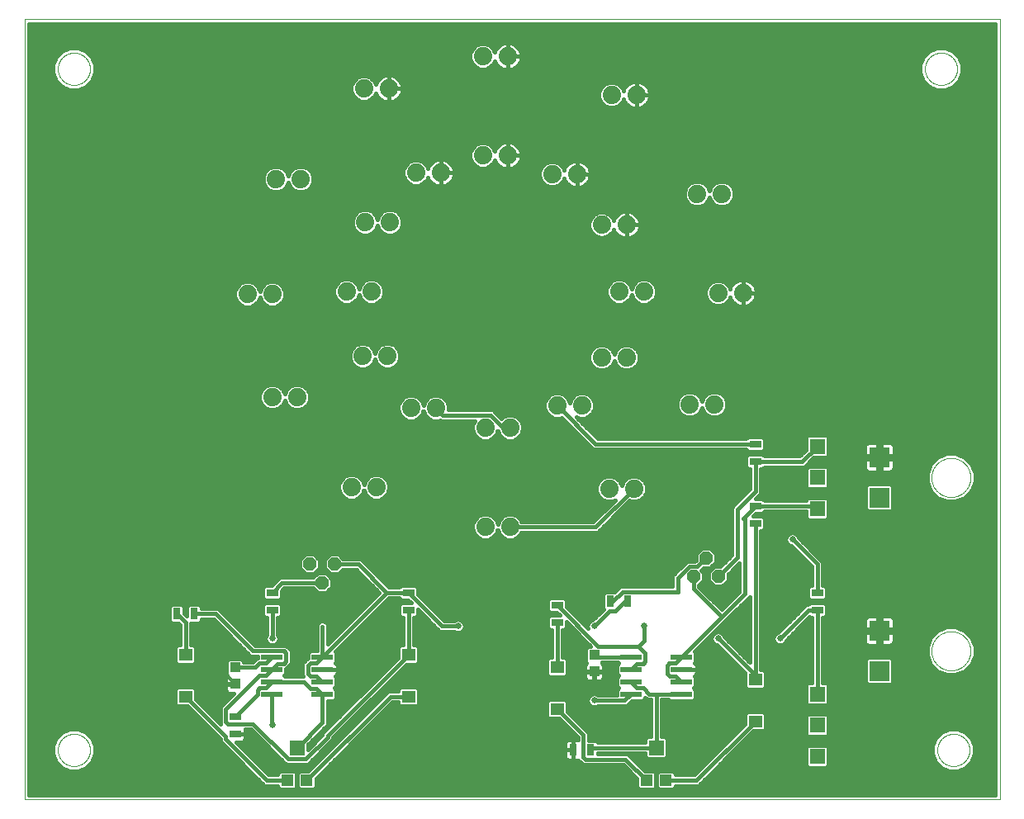
<source format=gbl>
G75*
%MOIN*%
%OFA0B0*%
%FSLAX25Y25*%
%IPPOS*%
%LPD*%
%AMOC8*
5,1,8,0,0,1.08239X$1,22.5*
%
%ADD10C,0.00000*%
%ADD11R,0.04724X0.03150*%
%ADD12R,0.03937X0.04331*%
%ADD13R,0.03150X0.04724*%
%ADD14C,0.07400*%
%ADD15R,0.05787X0.05000*%
%ADD16R,0.08661X0.02362*%
%ADD17R,0.06300X0.06300*%
%ADD18R,0.04724X0.04724*%
%ADD19R,0.05906X0.06299*%
%ADD20R,0.08268X0.08268*%
%ADD21OC8,0.05200*%
%ADD22C,0.01600*%
%ADD23C,0.02578*%
%ADD24C,0.01200*%
D10*
X0001800Y0001800D02*
X0001800Y0316761D01*
X0395501Y0316761D01*
X0395501Y0001800D01*
X0001800Y0001800D01*
X0015300Y0021800D02*
X0015302Y0021961D01*
X0015308Y0022121D01*
X0015318Y0022282D01*
X0015332Y0022442D01*
X0015350Y0022602D01*
X0015371Y0022761D01*
X0015397Y0022920D01*
X0015427Y0023078D01*
X0015460Y0023235D01*
X0015498Y0023392D01*
X0015539Y0023547D01*
X0015584Y0023701D01*
X0015633Y0023854D01*
X0015686Y0024006D01*
X0015742Y0024157D01*
X0015803Y0024306D01*
X0015866Y0024454D01*
X0015934Y0024600D01*
X0016005Y0024744D01*
X0016079Y0024886D01*
X0016157Y0025027D01*
X0016239Y0025165D01*
X0016324Y0025302D01*
X0016412Y0025436D01*
X0016504Y0025568D01*
X0016599Y0025698D01*
X0016697Y0025826D01*
X0016798Y0025951D01*
X0016902Y0026073D01*
X0017009Y0026193D01*
X0017119Y0026310D01*
X0017232Y0026425D01*
X0017348Y0026536D01*
X0017467Y0026645D01*
X0017588Y0026750D01*
X0017712Y0026853D01*
X0017838Y0026953D01*
X0017966Y0027049D01*
X0018097Y0027142D01*
X0018231Y0027232D01*
X0018366Y0027319D01*
X0018504Y0027402D01*
X0018643Y0027482D01*
X0018785Y0027558D01*
X0018928Y0027631D01*
X0019073Y0027700D01*
X0019220Y0027766D01*
X0019368Y0027828D01*
X0019518Y0027886D01*
X0019669Y0027941D01*
X0019822Y0027992D01*
X0019976Y0028039D01*
X0020131Y0028082D01*
X0020287Y0028121D01*
X0020443Y0028157D01*
X0020601Y0028188D01*
X0020759Y0028216D01*
X0020918Y0028240D01*
X0021078Y0028260D01*
X0021238Y0028276D01*
X0021398Y0028288D01*
X0021559Y0028296D01*
X0021720Y0028300D01*
X0021880Y0028300D01*
X0022041Y0028296D01*
X0022202Y0028288D01*
X0022362Y0028276D01*
X0022522Y0028260D01*
X0022682Y0028240D01*
X0022841Y0028216D01*
X0022999Y0028188D01*
X0023157Y0028157D01*
X0023313Y0028121D01*
X0023469Y0028082D01*
X0023624Y0028039D01*
X0023778Y0027992D01*
X0023931Y0027941D01*
X0024082Y0027886D01*
X0024232Y0027828D01*
X0024380Y0027766D01*
X0024527Y0027700D01*
X0024672Y0027631D01*
X0024815Y0027558D01*
X0024957Y0027482D01*
X0025096Y0027402D01*
X0025234Y0027319D01*
X0025369Y0027232D01*
X0025503Y0027142D01*
X0025634Y0027049D01*
X0025762Y0026953D01*
X0025888Y0026853D01*
X0026012Y0026750D01*
X0026133Y0026645D01*
X0026252Y0026536D01*
X0026368Y0026425D01*
X0026481Y0026310D01*
X0026591Y0026193D01*
X0026698Y0026073D01*
X0026802Y0025951D01*
X0026903Y0025826D01*
X0027001Y0025698D01*
X0027096Y0025568D01*
X0027188Y0025436D01*
X0027276Y0025302D01*
X0027361Y0025165D01*
X0027443Y0025027D01*
X0027521Y0024886D01*
X0027595Y0024744D01*
X0027666Y0024600D01*
X0027734Y0024454D01*
X0027797Y0024306D01*
X0027858Y0024157D01*
X0027914Y0024006D01*
X0027967Y0023854D01*
X0028016Y0023701D01*
X0028061Y0023547D01*
X0028102Y0023392D01*
X0028140Y0023235D01*
X0028173Y0023078D01*
X0028203Y0022920D01*
X0028229Y0022761D01*
X0028250Y0022602D01*
X0028268Y0022442D01*
X0028282Y0022282D01*
X0028292Y0022121D01*
X0028298Y0021961D01*
X0028300Y0021800D01*
X0028298Y0021639D01*
X0028292Y0021479D01*
X0028282Y0021318D01*
X0028268Y0021158D01*
X0028250Y0020998D01*
X0028229Y0020839D01*
X0028203Y0020680D01*
X0028173Y0020522D01*
X0028140Y0020365D01*
X0028102Y0020208D01*
X0028061Y0020053D01*
X0028016Y0019899D01*
X0027967Y0019746D01*
X0027914Y0019594D01*
X0027858Y0019443D01*
X0027797Y0019294D01*
X0027734Y0019146D01*
X0027666Y0019000D01*
X0027595Y0018856D01*
X0027521Y0018714D01*
X0027443Y0018573D01*
X0027361Y0018435D01*
X0027276Y0018298D01*
X0027188Y0018164D01*
X0027096Y0018032D01*
X0027001Y0017902D01*
X0026903Y0017774D01*
X0026802Y0017649D01*
X0026698Y0017527D01*
X0026591Y0017407D01*
X0026481Y0017290D01*
X0026368Y0017175D01*
X0026252Y0017064D01*
X0026133Y0016955D01*
X0026012Y0016850D01*
X0025888Y0016747D01*
X0025762Y0016647D01*
X0025634Y0016551D01*
X0025503Y0016458D01*
X0025369Y0016368D01*
X0025234Y0016281D01*
X0025096Y0016198D01*
X0024957Y0016118D01*
X0024815Y0016042D01*
X0024672Y0015969D01*
X0024527Y0015900D01*
X0024380Y0015834D01*
X0024232Y0015772D01*
X0024082Y0015714D01*
X0023931Y0015659D01*
X0023778Y0015608D01*
X0023624Y0015561D01*
X0023469Y0015518D01*
X0023313Y0015479D01*
X0023157Y0015443D01*
X0022999Y0015412D01*
X0022841Y0015384D01*
X0022682Y0015360D01*
X0022522Y0015340D01*
X0022362Y0015324D01*
X0022202Y0015312D01*
X0022041Y0015304D01*
X0021880Y0015300D01*
X0021720Y0015300D01*
X0021559Y0015304D01*
X0021398Y0015312D01*
X0021238Y0015324D01*
X0021078Y0015340D01*
X0020918Y0015360D01*
X0020759Y0015384D01*
X0020601Y0015412D01*
X0020443Y0015443D01*
X0020287Y0015479D01*
X0020131Y0015518D01*
X0019976Y0015561D01*
X0019822Y0015608D01*
X0019669Y0015659D01*
X0019518Y0015714D01*
X0019368Y0015772D01*
X0019220Y0015834D01*
X0019073Y0015900D01*
X0018928Y0015969D01*
X0018785Y0016042D01*
X0018643Y0016118D01*
X0018504Y0016198D01*
X0018366Y0016281D01*
X0018231Y0016368D01*
X0018097Y0016458D01*
X0017966Y0016551D01*
X0017838Y0016647D01*
X0017712Y0016747D01*
X0017588Y0016850D01*
X0017467Y0016955D01*
X0017348Y0017064D01*
X0017232Y0017175D01*
X0017119Y0017290D01*
X0017009Y0017407D01*
X0016902Y0017527D01*
X0016798Y0017649D01*
X0016697Y0017774D01*
X0016599Y0017902D01*
X0016504Y0018032D01*
X0016412Y0018164D01*
X0016324Y0018298D01*
X0016239Y0018435D01*
X0016157Y0018573D01*
X0016079Y0018714D01*
X0016005Y0018856D01*
X0015934Y0019000D01*
X0015866Y0019146D01*
X0015803Y0019294D01*
X0015742Y0019443D01*
X0015686Y0019594D01*
X0015633Y0019746D01*
X0015584Y0019899D01*
X0015539Y0020053D01*
X0015498Y0020208D01*
X0015460Y0020365D01*
X0015427Y0020522D01*
X0015397Y0020680D01*
X0015371Y0020839D01*
X0015350Y0020998D01*
X0015332Y0021158D01*
X0015318Y0021318D01*
X0015308Y0021479D01*
X0015302Y0021639D01*
X0015300Y0021800D01*
X0015300Y0296800D02*
X0015302Y0296961D01*
X0015308Y0297121D01*
X0015318Y0297282D01*
X0015332Y0297442D01*
X0015350Y0297602D01*
X0015371Y0297761D01*
X0015397Y0297920D01*
X0015427Y0298078D01*
X0015460Y0298235D01*
X0015498Y0298392D01*
X0015539Y0298547D01*
X0015584Y0298701D01*
X0015633Y0298854D01*
X0015686Y0299006D01*
X0015742Y0299157D01*
X0015803Y0299306D01*
X0015866Y0299454D01*
X0015934Y0299600D01*
X0016005Y0299744D01*
X0016079Y0299886D01*
X0016157Y0300027D01*
X0016239Y0300165D01*
X0016324Y0300302D01*
X0016412Y0300436D01*
X0016504Y0300568D01*
X0016599Y0300698D01*
X0016697Y0300826D01*
X0016798Y0300951D01*
X0016902Y0301073D01*
X0017009Y0301193D01*
X0017119Y0301310D01*
X0017232Y0301425D01*
X0017348Y0301536D01*
X0017467Y0301645D01*
X0017588Y0301750D01*
X0017712Y0301853D01*
X0017838Y0301953D01*
X0017966Y0302049D01*
X0018097Y0302142D01*
X0018231Y0302232D01*
X0018366Y0302319D01*
X0018504Y0302402D01*
X0018643Y0302482D01*
X0018785Y0302558D01*
X0018928Y0302631D01*
X0019073Y0302700D01*
X0019220Y0302766D01*
X0019368Y0302828D01*
X0019518Y0302886D01*
X0019669Y0302941D01*
X0019822Y0302992D01*
X0019976Y0303039D01*
X0020131Y0303082D01*
X0020287Y0303121D01*
X0020443Y0303157D01*
X0020601Y0303188D01*
X0020759Y0303216D01*
X0020918Y0303240D01*
X0021078Y0303260D01*
X0021238Y0303276D01*
X0021398Y0303288D01*
X0021559Y0303296D01*
X0021720Y0303300D01*
X0021880Y0303300D01*
X0022041Y0303296D01*
X0022202Y0303288D01*
X0022362Y0303276D01*
X0022522Y0303260D01*
X0022682Y0303240D01*
X0022841Y0303216D01*
X0022999Y0303188D01*
X0023157Y0303157D01*
X0023313Y0303121D01*
X0023469Y0303082D01*
X0023624Y0303039D01*
X0023778Y0302992D01*
X0023931Y0302941D01*
X0024082Y0302886D01*
X0024232Y0302828D01*
X0024380Y0302766D01*
X0024527Y0302700D01*
X0024672Y0302631D01*
X0024815Y0302558D01*
X0024957Y0302482D01*
X0025096Y0302402D01*
X0025234Y0302319D01*
X0025369Y0302232D01*
X0025503Y0302142D01*
X0025634Y0302049D01*
X0025762Y0301953D01*
X0025888Y0301853D01*
X0026012Y0301750D01*
X0026133Y0301645D01*
X0026252Y0301536D01*
X0026368Y0301425D01*
X0026481Y0301310D01*
X0026591Y0301193D01*
X0026698Y0301073D01*
X0026802Y0300951D01*
X0026903Y0300826D01*
X0027001Y0300698D01*
X0027096Y0300568D01*
X0027188Y0300436D01*
X0027276Y0300302D01*
X0027361Y0300165D01*
X0027443Y0300027D01*
X0027521Y0299886D01*
X0027595Y0299744D01*
X0027666Y0299600D01*
X0027734Y0299454D01*
X0027797Y0299306D01*
X0027858Y0299157D01*
X0027914Y0299006D01*
X0027967Y0298854D01*
X0028016Y0298701D01*
X0028061Y0298547D01*
X0028102Y0298392D01*
X0028140Y0298235D01*
X0028173Y0298078D01*
X0028203Y0297920D01*
X0028229Y0297761D01*
X0028250Y0297602D01*
X0028268Y0297442D01*
X0028282Y0297282D01*
X0028292Y0297121D01*
X0028298Y0296961D01*
X0028300Y0296800D01*
X0028298Y0296639D01*
X0028292Y0296479D01*
X0028282Y0296318D01*
X0028268Y0296158D01*
X0028250Y0295998D01*
X0028229Y0295839D01*
X0028203Y0295680D01*
X0028173Y0295522D01*
X0028140Y0295365D01*
X0028102Y0295208D01*
X0028061Y0295053D01*
X0028016Y0294899D01*
X0027967Y0294746D01*
X0027914Y0294594D01*
X0027858Y0294443D01*
X0027797Y0294294D01*
X0027734Y0294146D01*
X0027666Y0294000D01*
X0027595Y0293856D01*
X0027521Y0293714D01*
X0027443Y0293573D01*
X0027361Y0293435D01*
X0027276Y0293298D01*
X0027188Y0293164D01*
X0027096Y0293032D01*
X0027001Y0292902D01*
X0026903Y0292774D01*
X0026802Y0292649D01*
X0026698Y0292527D01*
X0026591Y0292407D01*
X0026481Y0292290D01*
X0026368Y0292175D01*
X0026252Y0292064D01*
X0026133Y0291955D01*
X0026012Y0291850D01*
X0025888Y0291747D01*
X0025762Y0291647D01*
X0025634Y0291551D01*
X0025503Y0291458D01*
X0025369Y0291368D01*
X0025234Y0291281D01*
X0025096Y0291198D01*
X0024957Y0291118D01*
X0024815Y0291042D01*
X0024672Y0290969D01*
X0024527Y0290900D01*
X0024380Y0290834D01*
X0024232Y0290772D01*
X0024082Y0290714D01*
X0023931Y0290659D01*
X0023778Y0290608D01*
X0023624Y0290561D01*
X0023469Y0290518D01*
X0023313Y0290479D01*
X0023157Y0290443D01*
X0022999Y0290412D01*
X0022841Y0290384D01*
X0022682Y0290360D01*
X0022522Y0290340D01*
X0022362Y0290324D01*
X0022202Y0290312D01*
X0022041Y0290304D01*
X0021880Y0290300D01*
X0021720Y0290300D01*
X0021559Y0290304D01*
X0021398Y0290312D01*
X0021238Y0290324D01*
X0021078Y0290340D01*
X0020918Y0290360D01*
X0020759Y0290384D01*
X0020601Y0290412D01*
X0020443Y0290443D01*
X0020287Y0290479D01*
X0020131Y0290518D01*
X0019976Y0290561D01*
X0019822Y0290608D01*
X0019669Y0290659D01*
X0019518Y0290714D01*
X0019368Y0290772D01*
X0019220Y0290834D01*
X0019073Y0290900D01*
X0018928Y0290969D01*
X0018785Y0291042D01*
X0018643Y0291118D01*
X0018504Y0291198D01*
X0018366Y0291281D01*
X0018231Y0291368D01*
X0018097Y0291458D01*
X0017966Y0291551D01*
X0017838Y0291647D01*
X0017712Y0291747D01*
X0017588Y0291850D01*
X0017467Y0291955D01*
X0017348Y0292064D01*
X0017232Y0292175D01*
X0017119Y0292290D01*
X0017009Y0292407D01*
X0016902Y0292527D01*
X0016798Y0292649D01*
X0016697Y0292774D01*
X0016599Y0292902D01*
X0016504Y0293032D01*
X0016412Y0293164D01*
X0016324Y0293298D01*
X0016239Y0293435D01*
X0016157Y0293573D01*
X0016079Y0293714D01*
X0016005Y0293856D01*
X0015934Y0294000D01*
X0015866Y0294146D01*
X0015803Y0294294D01*
X0015742Y0294443D01*
X0015686Y0294594D01*
X0015633Y0294746D01*
X0015584Y0294899D01*
X0015539Y0295053D01*
X0015498Y0295208D01*
X0015460Y0295365D01*
X0015427Y0295522D01*
X0015397Y0295680D01*
X0015371Y0295839D01*
X0015350Y0295998D01*
X0015332Y0296158D01*
X0015318Y0296318D01*
X0015308Y0296479D01*
X0015302Y0296639D01*
X0015300Y0296800D01*
X0365300Y0296800D02*
X0365302Y0296961D01*
X0365308Y0297121D01*
X0365318Y0297282D01*
X0365332Y0297442D01*
X0365350Y0297602D01*
X0365371Y0297761D01*
X0365397Y0297920D01*
X0365427Y0298078D01*
X0365460Y0298235D01*
X0365498Y0298392D01*
X0365539Y0298547D01*
X0365584Y0298701D01*
X0365633Y0298854D01*
X0365686Y0299006D01*
X0365742Y0299157D01*
X0365803Y0299306D01*
X0365866Y0299454D01*
X0365934Y0299600D01*
X0366005Y0299744D01*
X0366079Y0299886D01*
X0366157Y0300027D01*
X0366239Y0300165D01*
X0366324Y0300302D01*
X0366412Y0300436D01*
X0366504Y0300568D01*
X0366599Y0300698D01*
X0366697Y0300826D01*
X0366798Y0300951D01*
X0366902Y0301073D01*
X0367009Y0301193D01*
X0367119Y0301310D01*
X0367232Y0301425D01*
X0367348Y0301536D01*
X0367467Y0301645D01*
X0367588Y0301750D01*
X0367712Y0301853D01*
X0367838Y0301953D01*
X0367966Y0302049D01*
X0368097Y0302142D01*
X0368231Y0302232D01*
X0368366Y0302319D01*
X0368504Y0302402D01*
X0368643Y0302482D01*
X0368785Y0302558D01*
X0368928Y0302631D01*
X0369073Y0302700D01*
X0369220Y0302766D01*
X0369368Y0302828D01*
X0369518Y0302886D01*
X0369669Y0302941D01*
X0369822Y0302992D01*
X0369976Y0303039D01*
X0370131Y0303082D01*
X0370287Y0303121D01*
X0370443Y0303157D01*
X0370601Y0303188D01*
X0370759Y0303216D01*
X0370918Y0303240D01*
X0371078Y0303260D01*
X0371238Y0303276D01*
X0371398Y0303288D01*
X0371559Y0303296D01*
X0371720Y0303300D01*
X0371880Y0303300D01*
X0372041Y0303296D01*
X0372202Y0303288D01*
X0372362Y0303276D01*
X0372522Y0303260D01*
X0372682Y0303240D01*
X0372841Y0303216D01*
X0372999Y0303188D01*
X0373157Y0303157D01*
X0373313Y0303121D01*
X0373469Y0303082D01*
X0373624Y0303039D01*
X0373778Y0302992D01*
X0373931Y0302941D01*
X0374082Y0302886D01*
X0374232Y0302828D01*
X0374380Y0302766D01*
X0374527Y0302700D01*
X0374672Y0302631D01*
X0374815Y0302558D01*
X0374957Y0302482D01*
X0375096Y0302402D01*
X0375234Y0302319D01*
X0375369Y0302232D01*
X0375503Y0302142D01*
X0375634Y0302049D01*
X0375762Y0301953D01*
X0375888Y0301853D01*
X0376012Y0301750D01*
X0376133Y0301645D01*
X0376252Y0301536D01*
X0376368Y0301425D01*
X0376481Y0301310D01*
X0376591Y0301193D01*
X0376698Y0301073D01*
X0376802Y0300951D01*
X0376903Y0300826D01*
X0377001Y0300698D01*
X0377096Y0300568D01*
X0377188Y0300436D01*
X0377276Y0300302D01*
X0377361Y0300165D01*
X0377443Y0300027D01*
X0377521Y0299886D01*
X0377595Y0299744D01*
X0377666Y0299600D01*
X0377734Y0299454D01*
X0377797Y0299306D01*
X0377858Y0299157D01*
X0377914Y0299006D01*
X0377967Y0298854D01*
X0378016Y0298701D01*
X0378061Y0298547D01*
X0378102Y0298392D01*
X0378140Y0298235D01*
X0378173Y0298078D01*
X0378203Y0297920D01*
X0378229Y0297761D01*
X0378250Y0297602D01*
X0378268Y0297442D01*
X0378282Y0297282D01*
X0378292Y0297121D01*
X0378298Y0296961D01*
X0378300Y0296800D01*
X0378298Y0296639D01*
X0378292Y0296479D01*
X0378282Y0296318D01*
X0378268Y0296158D01*
X0378250Y0295998D01*
X0378229Y0295839D01*
X0378203Y0295680D01*
X0378173Y0295522D01*
X0378140Y0295365D01*
X0378102Y0295208D01*
X0378061Y0295053D01*
X0378016Y0294899D01*
X0377967Y0294746D01*
X0377914Y0294594D01*
X0377858Y0294443D01*
X0377797Y0294294D01*
X0377734Y0294146D01*
X0377666Y0294000D01*
X0377595Y0293856D01*
X0377521Y0293714D01*
X0377443Y0293573D01*
X0377361Y0293435D01*
X0377276Y0293298D01*
X0377188Y0293164D01*
X0377096Y0293032D01*
X0377001Y0292902D01*
X0376903Y0292774D01*
X0376802Y0292649D01*
X0376698Y0292527D01*
X0376591Y0292407D01*
X0376481Y0292290D01*
X0376368Y0292175D01*
X0376252Y0292064D01*
X0376133Y0291955D01*
X0376012Y0291850D01*
X0375888Y0291747D01*
X0375762Y0291647D01*
X0375634Y0291551D01*
X0375503Y0291458D01*
X0375369Y0291368D01*
X0375234Y0291281D01*
X0375096Y0291198D01*
X0374957Y0291118D01*
X0374815Y0291042D01*
X0374672Y0290969D01*
X0374527Y0290900D01*
X0374380Y0290834D01*
X0374232Y0290772D01*
X0374082Y0290714D01*
X0373931Y0290659D01*
X0373778Y0290608D01*
X0373624Y0290561D01*
X0373469Y0290518D01*
X0373313Y0290479D01*
X0373157Y0290443D01*
X0372999Y0290412D01*
X0372841Y0290384D01*
X0372682Y0290360D01*
X0372522Y0290340D01*
X0372362Y0290324D01*
X0372202Y0290312D01*
X0372041Y0290304D01*
X0371880Y0290300D01*
X0371720Y0290300D01*
X0371559Y0290304D01*
X0371398Y0290312D01*
X0371238Y0290324D01*
X0371078Y0290340D01*
X0370918Y0290360D01*
X0370759Y0290384D01*
X0370601Y0290412D01*
X0370443Y0290443D01*
X0370287Y0290479D01*
X0370131Y0290518D01*
X0369976Y0290561D01*
X0369822Y0290608D01*
X0369669Y0290659D01*
X0369518Y0290714D01*
X0369368Y0290772D01*
X0369220Y0290834D01*
X0369073Y0290900D01*
X0368928Y0290969D01*
X0368785Y0291042D01*
X0368643Y0291118D01*
X0368504Y0291198D01*
X0368366Y0291281D01*
X0368231Y0291368D01*
X0368097Y0291458D01*
X0367966Y0291551D01*
X0367838Y0291647D01*
X0367712Y0291747D01*
X0367588Y0291850D01*
X0367467Y0291955D01*
X0367348Y0292064D01*
X0367232Y0292175D01*
X0367119Y0292290D01*
X0367009Y0292407D01*
X0366902Y0292527D01*
X0366798Y0292649D01*
X0366697Y0292774D01*
X0366599Y0292902D01*
X0366504Y0293032D01*
X0366412Y0293164D01*
X0366324Y0293298D01*
X0366239Y0293435D01*
X0366157Y0293573D01*
X0366079Y0293714D01*
X0366005Y0293856D01*
X0365934Y0294000D01*
X0365866Y0294146D01*
X0365803Y0294294D01*
X0365742Y0294443D01*
X0365686Y0294594D01*
X0365633Y0294746D01*
X0365584Y0294899D01*
X0365539Y0295053D01*
X0365498Y0295208D01*
X0365460Y0295365D01*
X0365427Y0295522D01*
X0365397Y0295680D01*
X0365371Y0295839D01*
X0365350Y0295998D01*
X0365332Y0296158D01*
X0365318Y0296318D01*
X0365308Y0296479D01*
X0365302Y0296639D01*
X0365300Y0296800D01*
X0367942Y0131800D02*
X0367944Y0131993D01*
X0367951Y0132186D01*
X0367963Y0132379D01*
X0367980Y0132572D01*
X0368001Y0132764D01*
X0368027Y0132955D01*
X0368058Y0133146D01*
X0368093Y0133336D01*
X0368133Y0133525D01*
X0368178Y0133713D01*
X0368227Y0133900D01*
X0368281Y0134086D01*
X0368339Y0134270D01*
X0368402Y0134453D01*
X0368470Y0134634D01*
X0368541Y0134813D01*
X0368618Y0134991D01*
X0368698Y0135167D01*
X0368783Y0135340D01*
X0368872Y0135512D01*
X0368965Y0135681D01*
X0369062Y0135848D01*
X0369164Y0136013D01*
X0369269Y0136175D01*
X0369378Y0136334D01*
X0369492Y0136491D01*
X0369609Y0136644D01*
X0369729Y0136795D01*
X0369854Y0136943D01*
X0369982Y0137088D01*
X0370113Y0137229D01*
X0370248Y0137368D01*
X0370387Y0137503D01*
X0370528Y0137634D01*
X0370673Y0137762D01*
X0370821Y0137887D01*
X0370972Y0138007D01*
X0371125Y0138124D01*
X0371282Y0138238D01*
X0371441Y0138347D01*
X0371603Y0138452D01*
X0371768Y0138554D01*
X0371935Y0138651D01*
X0372104Y0138744D01*
X0372276Y0138833D01*
X0372449Y0138918D01*
X0372625Y0138998D01*
X0372803Y0139075D01*
X0372982Y0139146D01*
X0373163Y0139214D01*
X0373346Y0139277D01*
X0373530Y0139335D01*
X0373716Y0139389D01*
X0373903Y0139438D01*
X0374091Y0139483D01*
X0374280Y0139523D01*
X0374470Y0139558D01*
X0374661Y0139589D01*
X0374852Y0139615D01*
X0375044Y0139636D01*
X0375237Y0139653D01*
X0375430Y0139665D01*
X0375623Y0139672D01*
X0375816Y0139674D01*
X0376009Y0139672D01*
X0376202Y0139665D01*
X0376395Y0139653D01*
X0376588Y0139636D01*
X0376780Y0139615D01*
X0376971Y0139589D01*
X0377162Y0139558D01*
X0377352Y0139523D01*
X0377541Y0139483D01*
X0377729Y0139438D01*
X0377916Y0139389D01*
X0378102Y0139335D01*
X0378286Y0139277D01*
X0378469Y0139214D01*
X0378650Y0139146D01*
X0378829Y0139075D01*
X0379007Y0138998D01*
X0379183Y0138918D01*
X0379356Y0138833D01*
X0379528Y0138744D01*
X0379697Y0138651D01*
X0379864Y0138554D01*
X0380029Y0138452D01*
X0380191Y0138347D01*
X0380350Y0138238D01*
X0380507Y0138124D01*
X0380660Y0138007D01*
X0380811Y0137887D01*
X0380959Y0137762D01*
X0381104Y0137634D01*
X0381245Y0137503D01*
X0381384Y0137368D01*
X0381519Y0137229D01*
X0381650Y0137088D01*
X0381778Y0136943D01*
X0381903Y0136795D01*
X0382023Y0136644D01*
X0382140Y0136491D01*
X0382254Y0136334D01*
X0382363Y0136175D01*
X0382468Y0136013D01*
X0382570Y0135848D01*
X0382667Y0135681D01*
X0382760Y0135512D01*
X0382849Y0135340D01*
X0382934Y0135167D01*
X0383014Y0134991D01*
X0383091Y0134813D01*
X0383162Y0134634D01*
X0383230Y0134453D01*
X0383293Y0134270D01*
X0383351Y0134086D01*
X0383405Y0133900D01*
X0383454Y0133713D01*
X0383499Y0133525D01*
X0383539Y0133336D01*
X0383574Y0133146D01*
X0383605Y0132955D01*
X0383631Y0132764D01*
X0383652Y0132572D01*
X0383669Y0132379D01*
X0383681Y0132186D01*
X0383688Y0131993D01*
X0383690Y0131800D01*
X0383688Y0131607D01*
X0383681Y0131414D01*
X0383669Y0131221D01*
X0383652Y0131028D01*
X0383631Y0130836D01*
X0383605Y0130645D01*
X0383574Y0130454D01*
X0383539Y0130264D01*
X0383499Y0130075D01*
X0383454Y0129887D01*
X0383405Y0129700D01*
X0383351Y0129514D01*
X0383293Y0129330D01*
X0383230Y0129147D01*
X0383162Y0128966D01*
X0383091Y0128787D01*
X0383014Y0128609D01*
X0382934Y0128433D01*
X0382849Y0128260D01*
X0382760Y0128088D01*
X0382667Y0127919D01*
X0382570Y0127752D01*
X0382468Y0127587D01*
X0382363Y0127425D01*
X0382254Y0127266D01*
X0382140Y0127109D01*
X0382023Y0126956D01*
X0381903Y0126805D01*
X0381778Y0126657D01*
X0381650Y0126512D01*
X0381519Y0126371D01*
X0381384Y0126232D01*
X0381245Y0126097D01*
X0381104Y0125966D01*
X0380959Y0125838D01*
X0380811Y0125713D01*
X0380660Y0125593D01*
X0380507Y0125476D01*
X0380350Y0125362D01*
X0380191Y0125253D01*
X0380029Y0125148D01*
X0379864Y0125046D01*
X0379697Y0124949D01*
X0379528Y0124856D01*
X0379356Y0124767D01*
X0379183Y0124682D01*
X0379007Y0124602D01*
X0378829Y0124525D01*
X0378650Y0124454D01*
X0378469Y0124386D01*
X0378286Y0124323D01*
X0378102Y0124265D01*
X0377916Y0124211D01*
X0377729Y0124162D01*
X0377541Y0124117D01*
X0377352Y0124077D01*
X0377162Y0124042D01*
X0376971Y0124011D01*
X0376780Y0123985D01*
X0376588Y0123964D01*
X0376395Y0123947D01*
X0376202Y0123935D01*
X0376009Y0123928D01*
X0375816Y0123926D01*
X0375623Y0123928D01*
X0375430Y0123935D01*
X0375237Y0123947D01*
X0375044Y0123964D01*
X0374852Y0123985D01*
X0374661Y0124011D01*
X0374470Y0124042D01*
X0374280Y0124077D01*
X0374091Y0124117D01*
X0373903Y0124162D01*
X0373716Y0124211D01*
X0373530Y0124265D01*
X0373346Y0124323D01*
X0373163Y0124386D01*
X0372982Y0124454D01*
X0372803Y0124525D01*
X0372625Y0124602D01*
X0372449Y0124682D01*
X0372276Y0124767D01*
X0372104Y0124856D01*
X0371935Y0124949D01*
X0371768Y0125046D01*
X0371603Y0125148D01*
X0371441Y0125253D01*
X0371282Y0125362D01*
X0371125Y0125476D01*
X0370972Y0125593D01*
X0370821Y0125713D01*
X0370673Y0125838D01*
X0370528Y0125966D01*
X0370387Y0126097D01*
X0370248Y0126232D01*
X0370113Y0126371D01*
X0369982Y0126512D01*
X0369854Y0126657D01*
X0369729Y0126805D01*
X0369609Y0126956D01*
X0369492Y0127109D01*
X0369378Y0127266D01*
X0369269Y0127425D01*
X0369164Y0127587D01*
X0369062Y0127752D01*
X0368965Y0127919D01*
X0368872Y0128088D01*
X0368783Y0128260D01*
X0368698Y0128433D01*
X0368618Y0128609D01*
X0368541Y0128787D01*
X0368470Y0128966D01*
X0368402Y0129147D01*
X0368339Y0129330D01*
X0368281Y0129514D01*
X0368227Y0129700D01*
X0368178Y0129887D01*
X0368133Y0130075D01*
X0368093Y0130264D01*
X0368058Y0130454D01*
X0368027Y0130645D01*
X0368001Y0130836D01*
X0367980Y0131028D01*
X0367963Y0131221D01*
X0367951Y0131414D01*
X0367944Y0131607D01*
X0367942Y0131800D01*
X0367942Y0061800D02*
X0367944Y0061993D01*
X0367951Y0062186D01*
X0367963Y0062379D01*
X0367980Y0062572D01*
X0368001Y0062764D01*
X0368027Y0062955D01*
X0368058Y0063146D01*
X0368093Y0063336D01*
X0368133Y0063525D01*
X0368178Y0063713D01*
X0368227Y0063900D01*
X0368281Y0064086D01*
X0368339Y0064270D01*
X0368402Y0064453D01*
X0368470Y0064634D01*
X0368541Y0064813D01*
X0368618Y0064991D01*
X0368698Y0065167D01*
X0368783Y0065340D01*
X0368872Y0065512D01*
X0368965Y0065681D01*
X0369062Y0065848D01*
X0369164Y0066013D01*
X0369269Y0066175D01*
X0369378Y0066334D01*
X0369492Y0066491D01*
X0369609Y0066644D01*
X0369729Y0066795D01*
X0369854Y0066943D01*
X0369982Y0067088D01*
X0370113Y0067229D01*
X0370248Y0067368D01*
X0370387Y0067503D01*
X0370528Y0067634D01*
X0370673Y0067762D01*
X0370821Y0067887D01*
X0370972Y0068007D01*
X0371125Y0068124D01*
X0371282Y0068238D01*
X0371441Y0068347D01*
X0371603Y0068452D01*
X0371768Y0068554D01*
X0371935Y0068651D01*
X0372104Y0068744D01*
X0372276Y0068833D01*
X0372449Y0068918D01*
X0372625Y0068998D01*
X0372803Y0069075D01*
X0372982Y0069146D01*
X0373163Y0069214D01*
X0373346Y0069277D01*
X0373530Y0069335D01*
X0373716Y0069389D01*
X0373903Y0069438D01*
X0374091Y0069483D01*
X0374280Y0069523D01*
X0374470Y0069558D01*
X0374661Y0069589D01*
X0374852Y0069615D01*
X0375044Y0069636D01*
X0375237Y0069653D01*
X0375430Y0069665D01*
X0375623Y0069672D01*
X0375816Y0069674D01*
X0376009Y0069672D01*
X0376202Y0069665D01*
X0376395Y0069653D01*
X0376588Y0069636D01*
X0376780Y0069615D01*
X0376971Y0069589D01*
X0377162Y0069558D01*
X0377352Y0069523D01*
X0377541Y0069483D01*
X0377729Y0069438D01*
X0377916Y0069389D01*
X0378102Y0069335D01*
X0378286Y0069277D01*
X0378469Y0069214D01*
X0378650Y0069146D01*
X0378829Y0069075D01*
X0379007Y0068998D01*
X0379183Y0068918D01*
X0379356Y0068833D01*
X0379528Y0068744D01*
X0379697Y0068651D01*
X0379864Y0068554D01*
X0380029Y0068452D01*
X0380191Y0068347D01*
X0380350Y0068238D01*
X0380507Y0068124D01*
X0380660Y0068007D01*
X0380811Y0067887D01*
X0380959Y0067762D01*
X0381104Y0067634D01*
X0381245Y0067503D01*
X0381384Y0067368D01*
X0381519Y0067229D01*
X0381650Y0067088D01*
X0381778Y0066943D01*
X0381903Y0066795D01*
X0382023Y0066644D01*
X0382140Y0066491D01*
X0382254Y0066334D01*
X0382363Y0066175D01*
X0382468Y0066013D01*
X0382570Y0065848D01*
X0382667Y0065681D01*
X0382760Y0065512D01*
X0382849Y0065340D01*
X0382934Y0065167D01*
X0383014Y0064991D01*
X0383091Y0064813D01*
X0383162Y0064634D01*
X0383230Y0064453D01*
X0383293Y0064270D01*
X0383351Y0064086D01*
X0383405Y0063900D01*
X0383454Y0063713D01*
X0383499Y0063525D01*
X0383539Y0063336D01*
X0383574Y0063146D01*
X0383605Y0062955D01*
X0383631Y0062764D01*
X0383652Y0062572D01*
X0383669Y0062379D01*
X0383681Y0062186D01*
X0383688Y0061993D01*
X0383690Y0061800D01*
X0383688Y0061607D01*
X0383681Y0061414D01*
X0383669Y0061221D01*
X0383652Y0061028D01*
X0383631Y0060836D01*
X0383605Y0060645D01*
X0383574Y0060454D01*
X0383539Y0060264D01*
X0383499Y0060075D01*
X0383454Y0059887D01*
X0383405Y0059700D01*
X0383351Y0059514D01*
X0383293Y0059330D01*
X0383230Y0059147D01*
X0383162Y0058966D01*
X0383091Y0058787D01*
X0383014Y0058609D01*
X0382934Y0058433D01*
X0382849Y0058260D01*
X0382760Y0058088D01*
X0382667Y0057919D01*
X0382570Y0057752D01*
X0382468Y0057587D01*
X0382363Y0057425D01*
X0382254Y0057266D01*
X0382140Y0057109D01*
X0382023Y0056956D01*
X0381903Y0056805D01*
X0381778Y0056657D01*
X0381650Y0056512D01*
X0381519Y0056371D01*
X0381384Y0056232D01*
X0381245Y0056097D01*
X0381104Y0055966D01*
X0380959Y0055838D01*
X0380811Y0055713D01*
X0380660Y0055593D01*
X0380507Y0055476D01*
X0380350Y0055362D01*
X0380191Y0055253D01*
X0380029Y0055148D01*
X0379864Y0055046D01*
X0379697Y0054949D01*
X0379528Y0054856D01*
X0379356Y0054767D01*
X0379183Y0054682D01*
X0379007Y0054602D01*
X0378829Y0054525D01*
X0378650Y0054454D01*
X0378469Y0054386D01*
X0378286Y0054323D01*
X0378102Y0054265D01*
X0377916Y0054211D01*
X0377729Y0054162D01*
X0377541Y0054117D01*
X0377352Y0054077D01*
X0377162Y0054042D01*
X0376971Y0054011D01*
X0376780Y0053985D01*
X0376588Y0053964D01*
X0376395Y0053947D01*
X0376202Y0053935D01*
X0376009Y0053928D01*
X0375816Y0053926D01*
X0375623Y0053928D01*
X0375430Y0053935D01*
X0375237Y0053947D01*
X0375044Y0053964D01*
X0374852Y0053985D01*
X0374661Y0054011D01*
X0374470Y0054042D01*
X0374280Y0054077D01*
X0374091Y0054117D01*
X0373903Y0054162D01*
X0373716Y0054211D01*
X0373530Y0054265D01*
X0373346Y0054323D01*
X0373163Y0054386D01*
X0372982Y0054454D01*
X0372803Y0054525D01*
X0372625Y0054602D01*
X0372449Y0054682D01*
X0372276Y0054767D01*
X0372104Y0054856D01*
X0371935Y0054949D01*
X0371768Y0055046D01*
X0371603Y0055148D01*
X0371441Y0055253D01*
X0371282Y0055362D01*
X0371125Y0055476D01*
X0370972Y0055593D01*
X0370821Y0055713D01*
X0370673Y0055838D01*
X0370528Y0055966D01*
X0370387Y0056097D01*
X0370248Y0056232D01*
X0370113Y0056371D01*
X0369982Y0056512D01*
X0369854Y0056657D01*
X0369729Y0056805D01*
X0369609Y0056956D01*
X0369492Y0057109D01*
X0369378Y0057266D01*
X0369269Y0057425D01*
X0369164Y0057587D01*
X0369062Y0057752D01*
X0368965Y0057919D01*
X0368872Y0058088D01*
X0368783Y0058260D01*
X0368698Y0058433D01*
X0368618Y0058609D01*
X0368541Y0058787D01*
X0368470Y0058966D01*
X0368402Y0059147D01*
X0368339Y0059330D01*
X0368281Y0059514D01*
X0368227Y0059700D01*
X0368178Y0059887D01*
X0368133Y0060075D01*
X0368093Y0060264D01*
X0368058Y0060454D01*
X0368027Y0060645D01*
X0368001Y0060836D01*
X0367980Y0061028D01*
X0367963Y0061221D01*
X0367951Y0061414D01*
X0367944Y0061607D01*
X0367942Y0061800D01*
X0370300Y0021800D02*
X0370302Y0021961D01*
X0370308Y0022121D01*
X0370318Y0022282D01*
X0370332Y0022442D01*
X0370350Y0022602D01*
X0370371Y0022761D01*
X0370397Y0022920D01*
X0370427Y0023078D01*
X0370460Y0023235D01*
X0370498Y0023392D01*
X0370539Y0023547D01*
X0370584Y0023701D01*
X0370633Y0023854D01*
X0370686Y0024006D01*
X0370742Y0024157D01*
X0370803Y0024306D01*
X0370866Y0024454D01*
X0370934Y0024600D01*
X0371005Y0024744D01*
X0371079Y0024886D01*
X0371157Y0025027D01*
X0371239Y0025165D01*
X0371324Y0025302D01*
X0371412Y0025436D01*
X0371504Y0025568D01*
X0371599Y0025698D01*
X0371697Y0025826D01*
X0371798Y0025951D01*
X0371902Y0026073D01*
X0372009Y0026193D01*
X0372119Y0026310D01*
X0372232Y0026425D01*
X0372348Y0026536D01*
X0372467Y0026645D01*
X0372588Y0026750D01*
X0372712Y0026853D01*
X0372838Y0026953D01*
X0372966Y0027049D01*
X0373097Y0027142D01*
X0373231Y0027232D01*
X0373366Y0027319D01*
X0373504Y0027402D01*
X0373643Y0027482D01*
X0373785Y0027558D01*
X0373928Y0027631D01*
X0374073Y0027700D01*
X0374220Y0027766D01*
X0374368Y0027828D01*
X0374518Y0027886D01*
X0374669Y0027941D01*
X0374822Y0027992D01*
X0374976Y0028039D01*
X0375131Y0028082D01*
X0375287Y0028121D01*
X0375443Y0028157D01*
X0375601Y0028188D01*
X0375759Y0028216D01*
X0375918Y0028240D01*
X0376078Y0028260D01*
X0376238Y0028276D01*
X0376398Y0028288D01*
X0376559Y0028296D01*
X0376720Y0028300D01*
X0376880Y0028300D01*
X0377041Y0028296D01*
X0377202Y0028288D01*
X0377362Y0028276D01*
X0377522Y0028260D01*
X0377682Y0028240D01*
X0377841Y0028216D01*
X0377999Y0028188D01*
X0378157Y0028157D01*
X0378313Y0028121D01*
X0378469Y0028082D01*
X0378624Y0028039D01*
X0378778Y0027992D01*
X0378931Y0027941D01*
X0379082Y0027886D01*
X0379232Y0027828D01*
X0379380Y0027766D01*
X0379527Y0027700D01*
X0379672Y0027631D01*
X0379815Y0027558D01*
X0379957Y0027482D01*
X0380096Y0027402D01*
X0380234Y0027319D01*
X0380369Y0027232D01*
X0380503Y0027142D01*
X0380634Y0027049D01*
X0380762Y0026953D01*
X0380888Y0026853D01*
X0381012Y0026750D01*
X0381133Y0026645D01*
X0381252Y0026536D01*
X0381368Y0026425D01*
X0381481Y0026310D01*
X0381591Y0026193D01*
X0381698Y0026073D01*
X0381802Y0025951D01*
X0381903Y0025826D01*
X0382001Y0025698D01*
X0382096Y0025568D01*
X0382188Y0025436D01*
X0382276Y0025302D01*
X0382361Y0025165D01*
X0382443Y0025027D01*
X0382521Y0024886D01*
X0382595Y0024744D01*
X0382666Y0024600D01*
X0382734Y0024454D01*
X0382797Y0024306D01*
X0382858Y0024157D01*
X0382914Y0024006D01*
X0382967Y0023854D01*
X0383016Y0023701D01*
X0383061Y0023547D01*
X0383102Y0023392D01*
X0383140Y0023235D01*
X0383173Y0023078D01*
X0383203Y0022920D01*
X0383229Y0022761D01*
X0383250Y0022602D01*
X0383268Y0022442D01*
X0383282Y0022282D01*
X0383292Y0022121D01*
X0383298Y0021961D01*
X0383300Y0021800D01*
X0383298Y0021639D01*
X0383292Y0021479D01*
X0383282Y0021318D01*
X0383268Y0021158D01*
X0383250Y0020998D01*
X0383229Y0020839D01*
X0383203Y0020680D01*
X0383173Y0020522D01*
X0383140Y0020365D01*
X0383102Y0020208D01*
X0383061Y0020053D01*
X0383016Y0019899D01*
X0382967Y0019746D01*
X0382914Y0019594D01*
X0382858Y0019443D01*
X0382797Y0019294D01*
X0382734Y0019146D01*
X0382666Y0019000D01*
X0382595Y0018856D01*
X0382521Y0018714D01*
X0382443Y0018573D01*
X0382361Y0018435D01*
X0382276Y0018298D01*
X0382188Y0018164D01*
X0382096Y0018032D01*
X0382001Y0017902D01*
X0381903Y0017774D01*
X0381802Y0017649D01*
X0381698Y0017527D01*
X0381591Y0017407D01*
X0381481Y0017290D01*
X0381368Y0017175D01*
X0381252Y0017064D01*
X0381133Y0016955D01*
X0381012Y0016850D01*
X0380888Y0016747D01*
X0380762Y0016647D01*
X0380634Y0016551D01*
X0380503Y0016458D01*
X0380369Y0016368D01*
X0380234Y0016281D01*
X0380096Y0016198D01*
X0379957Y0016118D01*
X0379815Y0016042D01*
X0379672Y0015969D01*
X0379527Y0015900D01*
X0379380Y0015834D01*
X0379232Y0015772D01*
X0379082Y0015714D01*
X0378931Y0015659D01*
X0378778Y0015608D01*
X0378624Y0015561D01*
X0378469Y0015518D01*
X0378313Y0015479D01*
X0378157Y0015443D01*
X0377999Y0015412D01*
X0377841Y0015384D01*
X0377682Y0015360D01*
X0377522Y0015340D01*
X0377362Y0015324D01*
X0377202Y0015312D01*
X0377041Y0015304D01*
X0376880Y0015300D01*
X0376720Y0015300D01*
X0376559Y0015304D01*
X0376398Y0015312D01*
X0376238Y0015324D01*
X0376078Y0015340D01*
X0375918Y0015360D01*
X0375759Y0015384D01*
X0375601Y0015412D01*
X0375443Y0015443D01*
X0375287Y0015479D01*
X0375131Y0015518D01*
X0374976Y0015561D01*
X0374822Y0015608D01*
X0374669Y0015659D01*
X0374518Y0015714D01*
X0374368Y0015772D01*
X0374220Y0015834D01*
X0374073Y0015900D01*
X0373928Y0015969D01*
X0373785Y0016042D01*
X0373643Y0016118D01*
X0373504Y0016198D01*
X0373366Y0016281D01*
X0373231Y0016368D01*
X0373097Y0016458D01*
X0372966Y0016551D01*
X0372838Y0016647D01*
X0372712Y0016747D01*
X0372588Y0016850D01*
X0372467Y0016955D01*
X0372348Y0017064D01*
X0372232Y0017175D01*
X0372119Y0017290D01*
X0372009Y0017407D01*
X0371902Y0017527D01*
X0371798Y0017649D01*
X0371697Y0017774D01*
X0371599Y0017902D01*
X0371504Y0018032D01*
X0371412Y0018164D01*
X0371324Y0018298D01*
X0371239Y0018435D01*
X0371157Y0018573D01*
X0371079Y0018714D01*
X0371005Y0018856D01*
X0370934Y0019000D01*
X0370866Y0019146D01*
X0370803Y0019294D01*
X0370742Y0019443D01*
X0370686Y0019594D01*
X0370633Y0019746D01*
X0370584Y0019899D01*
X0370539Y0020053D01*
X0370498Y0020208D01*
X0370460Y0020365D01*
X0370427Y0020522D01*
X0370397Y0020680D01*
X0370371Y0020839D01*
X0370350Y0020998D01*
X0370332Y0021158D01*
X0370318Y0021318D01*
X0370308Y0021479D01*
X0370302Y0021639D01*
X0370300Y0021800D01*
D11*
X0321800Y0078257D03*
X0321800Y0085343D03*
X0296800Y0113257D03*
X0296800Y0120343D03*
X0296800Y0138257D03*
X0296800Y0145343D03*
X0216800Y0080343D03*
X0216800Y0073257D03*
X0156800Y0078257D03*
X0156800Y0085343D03*
X0101800Y0085343D03*
X0101800Y0078257D03*
X0086800Y0035343D03*
X0086800Y0028257D03*
D12*
X0086800Y0048454D03*
X0086800Y0055146D03*
X0231800Y0053454D03*
X0231800Y0060146D03*
D13*
X0238257Y0081800D03*
X0245343Y0081800D03*
X0230343Y0021800D03*
X0223257Y0021800D03*
X0070343Y0076800D03*
X0063257Y0076800D03*
D14*
X0133800Y0127800D03*
X0143800Y0127800D03*
X0157800Y0159800D03*
X0167800Y0159800D03*
X0187800Y0151800D03*
X0197800Y0151800D03*
X0216800Y0160800D03*
X0226800Y0160800D03*
X0234800Y0180300D03*
X0244800Y0180300D03*
X0270300Y0161300D03*
X0280300Y0161300D03*
X0247800Y0127300D03*
X0237800Y0127300D03*
X0197800Y0111800D03*
X0187800Y0111800D03*
X0111800Y0164300D03*
X0101800Y0164300D03*
X0138300Y0180800D03*
X0148300Y0180800D03*
X0141800Y0206800D03*
X0131800Y0206800D03*
X0101800Y0205800D03*
X0091800Y0205800D03*
X0139300Y0234800D03*
X0149300Y0234800D03*
X0159800Y0254800D03*
X0169800Y0254800D03*
X0186800Y0261800D03*
X0196800Y0261800D03*
X0214800Y0254300D03*
X0224800Y0254300D03*
X0234800Y0233800D03*
X0244800Y0233800D03*
X0273300Y0246300D03*
X0283300Y0246300D03*
X0248800Y0286300D03*
X0238800Y0286300D03*
X0196800Y0301800D03*
X0186800Y0301800D03*
X0148800Y0288800D03*
X0138800Y0288800D03*
X0113300Y0252300D03*
X0103300Y0252300D03*
X0241800Y0206800D03*
X0251800Y0206800D03*
X0281800Y0206300D03*
X0291800Y0206300D03*
D15*
X0156800Y0060265D03*
X0156800Y0043335D03*
X0216800Y0038335D03*
X0216800Y0055265D03*
X0296800Y0050265D03*
X0296800Y0033335D03*
X0066800Y0043335D03*
X0066800Y0060265D03*
D16*
X0101564Y0059300D03*
X0101564Y0054300D03*
X0101564Y0049300D03*
X0101564Y0044300D03*
X0122036Y0044300D03*
X0122036Y0049300D03*
X0122036Y0054300D03*
X0122036Y0059300D03*
X0246564Y0059300D03*
X0246564Y0054300D03*
X0246564Y0049300D03*
X0246564Y0044300D03*
X0267036Y0044300D03*
X0267036Y0049300D03*
X0267036Y0054300D03*
X0267036Y0059300D03*
D17*
X0321800Y0044400D03*
X0321800Y0031800D03*
X0321800Y0019200D03*
X0321800Y0119200D03*
X0321800Y0131800D03*
X0321800Y0144400D03*
D18*
X0260737Y0009615D03*
X0252863Y0009615D03*
X0115737Y0009615D03*
X0107863Y0009615D03*
D19*
X0111800Y0022706D03*
X0256800Y0022706D03*
D20*
X0346918Y0053650D03*
X0346918Y0069950D03*
X0346918Y0123650D03*
X0346918Y0139950D03*
D21*
X0281800Y0091800D03*
X0276800Y0099300D03*
X0271800Y0091800D03*
X0126800Y0096800D03*
X0121800Y0089300D03*
X0116800Y0096800D03*
D22*
X0119948Y0099309D02*
X0123652Y0099309D01*
X0122800Y0098457D02*
X0122800Y0095143D01*
X0125143Y0092800D01*
X0128457Y0092800D01*
X0130257Y0094600D01*
X0135712Y0094600D01*
X0144968Y0085343D01*
X0124236Y0064611D01*
X0124236Y0072475D01*
X0122947Y0073764D01*
X0121125Y0073764D01*
X0119836Y0072475D01*
X0119836Y0061881D01*
X0117126Y0061881D01*
X0116306Y0061061D01*
X0116306Y0059081D01*
X0116214Y0059081D01*
X0114926Y0057792D01*
X0114106Y0056972D01*
X0114106Y0051628D01*
X0114233Y0051500D01*
X0106855Y0051500D01*
X0106555Y0051800D01*
X0107294Y0052539D01*
X0107294Y0054519D01*
X0107386Y0054519D01*
X0108674Y0055808D01*
X0109494Y0056628D01*
X0109494Y0061972D01*
X0108674Y0062792D01*
X0107386Y0064081D01*
X0094894Y0064081D01*
X0079975Y0079000D01*
X0073318Y0079000D01*
X0073318Y0079742D01*
X0072498Y0080562D01*
X0068189Y0080562D01*
X0067369Y0079742D01*
X0067369Y0075799D01*
X0066231Y0076936D01*
X0066231Y0079742D01*
X0065411Y0080562D01*
X0061102Y0080562D01*
X0060282Y0079742D01*
X0060282Y0073858D01*
X0061102Y0073038D01*
X0063908Y0073038D01*
X0064600Y0072345D01*
X0064600Y0064165D01*
X0063326Y0064165D01*
X0062506Y0063344D01*
X0062506Y0057185D01*
X0063326Y0056365D01*
X0070274Y0056365D01*
X0071094Y0057185D01*
X0071094Y0063344D01*
X0070274Y0064165D01*
X0069000Y0064165D01*
X0069000Y0073038D01*
X0072498Y0073038D01*
X0073318Y0073858D01*
X0073318Y0074600D01*
X0078152Y0074600D01*
X0091783Y0060970D01*
X0093071Y0059681D01*
X0095833Y0059681D01*
X0095833Y0059081D01*
X0095742Y0059081D01*
X0094007Y0057346D01*
X0090168Y0057346D01*
X0090168Y0057892D01*
X0089348Y0058712D01*
X0084252Y0058712D01*
X0083431Y0057892D01*
X0083431Y0052401D01*
X0083756Y0052077D01*
X0083726Y0052059D01*
X0083391Y0051724D01*
X0083154Y0051314D01*
X0083031Y0050856D01*
X0083031Y0048638D01*
X0086616Y0048638D01*
X0086616Y0048269D01*
X0083031Y0048269D01*
X0083031Y0046051D01*
X0083154Y0045593D01*
X0083391Y0045183D01*
X0083726Y0044848D01*
X0084137Y0044611D01*
X0084595Y0044488D01*
X0086149Y0044488D01*
X0080838Y0039177D01*
X0080838Y0032409D01*
X0071094Y0042153D01*
X0071094Y0046415D01*
X0070274Y0047235D01*
X0063326Y0047235D01*
X0062506Y0046415D01*
X0062506Y0040256D01*
X0063326Y0039435D01*
X0067589Y0039435D01*
X0080838Y0026186D01*
X0080838Y0025191D01*
X0098614Y0007415D01*
X0104101Y0007415D01*
X0104101Y0006673D01*
X0104921Y0005853D01*
X0110805Y0005853D01*
X0111625Y0006673D01*
X0111625Y0012557D01*
X0110805Y0013377D01*
X0104921Y0013377D01*
X0104101Y0012557D01*
X0104101Y0011815D01*
X0100436Y0011815D01*
X0087369Y0024882D01*
X0089399Y0024882D01*
X0089857Y0025005D01*
X0090267Y0025242D01*
X0090603Y0025577D01*
X0090840Y0025987D01*
X0090962Y0026445D01*
X0090962Y0028257D01*
X0090962Y0030068D01*
X0090935Y0030169D01*
X0093143Y0030169D01*
X0107356Y0015956D01*
X0116244Y0015956D01*
X0126436Y0026148D01*
X0126436Y0026790D01*
X0156011Y0056365D01*
X0160274Y0056365D01*
X0161094Y0057185D01*
X0161094Y0063344D01*
X0160274Y0064165D01*
X0159000Y0064165D01*
X0159000Y0075282D01*
X0159742Y0075282D01*
X0160562Y0076102D01*
X0160562Y0078470D01*
X0169432Y0069600D01*
X0175197Y0069600D01*
X0175277Y0069520D01*
X0176265Y0069111D01*
X0177335Y0069111D01*
X0178323Y0069520D01*
X0179080Y0070277D01*
X0179489Y0071265D01*
X0179489Y0072335D01*
X0179080Y0073323D01*
X0178323Y0074080D01*
X0177335Y0074489D01*
X0176265Y0074489D01*
X0175277Y0074080D01*
X0175197Y0074000D01*
X0171255Y0074000D01*
X0160562Y0084692D01*
X0160562Y0087498D01*
X0159742Y0088318D01*
X0153858Y0088318D01*
X0153083Y0087543D01*
X0148991Y0087543D01*
X0138823Y0097711D01*
X0137534Y0099000D01*
X0130257Y0099000D01*
X0128457Y0100800D01*
X0125143Y0100800D01*
X0122800Y0098457D01*
X0122800Y0097711D02*
X0120800Y0097711D01*
X0120800Y0098457D02*
X0118457Y0100800D01*
X0115143Y0100800D01*
X0112800Y0098457D01*
X0112800Y0095143D01*
X0115143Y0092800D01*
X0118457Y0092800D01*
X0120800Y0095143D01*
X0120800Y0098457D01*
X0120800Y0096112D02*
X0122800Y0096112D01*
X0123429Y0094514D02*
X0120170Y0094514D01*
X0120143Y0093300D02*
X0118343Y0091500D01*
X0104845Y0091500D01*
X0103557Y0090211D01*
X0101664Y0088318D01*
X0098858Y0088318D01*
X0098038Y0087498D01*
X0098038Y0083189D01*
X0098858Y0082369D01*
X0104742Y0082369D01*
X0105562Y0083189D01*
X0105562Y0085994D01*
X0106668Y0087100D01*
X0118343Y0087100D01*
X0120143Y0085300D01*
X0123457Y0085300D01*
X0125800Y0087643D01*
X0125800Y0090957D01*
X0123457Y0093300D01*
X0120143Y0093300D01*
X0119758Y0092915D02*
X0118572Y0092915D01*
X0115028Y0092915D02*
X0003600Y0092915D01*
X0003600Y0091317D02*
X0104662Y0091317D01*
X0103064Y0089718D02*
X0003600Y0089718D01*
X0003600Y0088120D02*
X0098659Y0088120D01*
X0098038Y0086521D02*
X0003600Y0086521D01*
X0003600Y0084923D02*
X0098038Y0084923D01*
X0098038Y0083324D02*
X0003600Y0083324D01*
X0003600Y0081726D02*
X0141351Y0081726D01*
X0142949Y0083324D02*
X0105562Y0083324D01*
X0105562Y0084923D02*
X0144548Y0084923D01*
X0143790Y0086521D02*
X0124678Y0086521D01*
X0125800Y0088120D02*
X0142192Y0088120D01*
X0140593Y0089718D02*
X0125800Y0089718D01*
X0125440Y0091317D02*
X0138995Y0091317D01*
X0137396Y0092915D02*
X0128572Y0092915D01*
X0130170Y0094514D02*
X0135798Y0094514D01*
X0136623Y0096800D02*
X0126800Y0096800D01*
X0129948Y0099309D02*
X0272800Y0099309D01*
X0272800Y0098411D02*
X0272800Y0100957D01*
X0275143Y0103300D01*
X0278457Y0103300D01*
X0280800Y0100957D01*
X0280800Y0097643D01*
X0278457Y0095300D01*
X0275911Y0095300D01*
X0274934Y0094323D01*
X0275800Y0093457D01*
X0275800Y0090143D01*
X0274000Y0088343D01*
X0274000Y0087711D01*
X0283168Y0078543D01*
X0290328Y0085703D01*
X0290328Y0097217D01*
X0285800Y0092689D01*
X0285800Y0090143D01*
X0283457Y0087800D01*
X0280143Y0087800D01*
X0277800Y0090143D01*
X0277800Y0093457D01*
X0280143Y0095800D01*
X0282689Y0095800D01*
X0287400Y0100511D01*
X0287400Y0119971D01*
X0288689Y0121260D01*
X0294600Y0127171D01*
X0294600Y0135282D01*
X0293858Y0135282D01*
X0293038Y0136102D01*
X0293038Y0140411D01*
X0293858Y0141231D01*
X0299742Y0141231D01*
X0300517Y0140457D01*
X0314745Y0140457D01*
X0317250Y0142961D01*
X0317250Y0148130D01*
X0318070Y0148950D01*
X0325530Y0148950D01*
X0326350Y0148130D01*
X0326350Y0140670D01*
X0325530Y0139850D01*
X0320361Y0139850D01*
X0316568Y0136057D01*
X0300517Y0136057D01*
X0299742Y0135282D01*
X0299000Y0135282D01*
X0299000Y0125349D01*
X0296969Y0123318D01*
X0299742Y0123318D01*
X0300517Y0122543D01*
X0317250Y0122543D01*
X0317250Y0122930D01*
X0318070Y0123750D01*
X0325530Y0123750D01*
X0326350Y0122930D01*
X0326350Y0115470D01*
X0325530Y0114650D01*
X0318070Y0114650D01*
X0317250Y0115470D01*
X0317250Y0118143D01*
X0300517Y0118143D01*
X0299742Y0117369D01*
X0296936Y0117369D01*
X0295799Y0116231D01*
X0299742Y0116231D01*
X0300562Y0115411D01*
X0300562Y0111102D01*
X0299742Y0110282D01*
X0299000Y0110282D01*
X0299000Y0054165D01*
X0300274Y0054165D01*
X0301094Y0053344D01*
X0301094Y0047185D01*
X0300274Y0046365D01*
X0293326Y0046365D01*
X0292506Y0047185D01*
X0292506Y0052982D01*
X0281378Y0064111D01*
X0281265Y0064111D01*
X0280277Y0064520D01*
X0279520Y0065277D01*
X0279111Y0066265D01*
X0279111Y0067335D01*
X0279520Y0068323D01*
X0280277Y0069080D01*
X0281265Y0069489D01*
X0282335Y0069489D01*
X0283323Y0069080D01*
X0284080Y0068323D01*
X0284489Y0067335D01*
X0284489Y0067222D01*
X0294600Y0057111D01*
X0294600Y0083753D01*
X0284079Y0073232D01*
X0272338Y0061490D01*
X0272767Y0061061D01*
X0272767Y0057539D01*
X0272268Y0057040D01*
X0272472Y0056921D01*
X0272807Y0056586D01*
X0273044Y0056176D01*
X0273167Y0055718D01*
X0273167Y0054300D01*
X0267036Y0054300D01*
X0267036Y0054300D01*
X0273167Y0054300D01*
X0273167Y0052882D01*
X0273044Y0052424D01*
X0272807Y0052014D01*
X0272472Y0051679D01*
X0272268Y0051560D01*
X0272767Y0051061D01*
X0272767Y0047539D01*
X0272028Y0046800D01*
X0272767Y0046061D01*
X0272767Y0042539D01*
X0271947Y0041719D01*
X0262126Y0041719D01*
X0261745Y0042100D01*
X0259000Y0042100D01*
X0259000Y0027255D01*
X0260333Y0027255D01*
X0261153Y0026435D01*
X0261153Y0018976D01*
X0260333Y0018156D01*
X0253267Y0018156D01*
X0252447Y0018976D01*
X0252447Y0020506D01*
X0233318Y0020506D01*
X0233318Y0020238D01*
X0245351Y0020238D01*
X0246640Y0018949D01*
X0252212Y0013377D01*
X0255805Y0013377D01*
X0256625Y0012557D01*
X0256625Y0006673D01*
X0255805Y0005853D01*
X0249921Y0005853D01*
X0249101Y0006673D01*
X0249101Y0010266D01*
X0243529Y0015838D01*
X0227277Y0015838D01*
X0226457Y0016658D01*
X0225391Y0017724D01*
X0225068Y0017638D01*
X0223257Y0017638D01*
X0223257Y0021800D01*
X0223257Y0021800D01*
X0223257Y0021800D01*
X0223257Y0025962D01*
X0225068Y0025962D01*
X0225169Y0025935D01*
X0225169Y0026856D01*
X0217589Y0034435D01*
X0213326Y0034435D01*
X0212506Y0035256D01*
X0212506Y0041415D01*
X0213326Y0042235D01*
X0220274Y0042235D01*
X0221094Y0041415D01*
X0221094Y0037153D01*
X0228280Y0029967D01*
X0229568Y0028678D01*
X0229568Y0025562D01*
X0232498Y0025562D01*
X0233155Y0024905D01*
X0252447Y0024905D01*
X0252447Y0026435D01*
X0253267Y0027255D01*
X0254600Y0027255D01*
X0254600Y0042100D01*
X0253144Y0042100D01*
X0252294Y0042950D01*
X0252294Y0042539D01*
X0251474Y0041719D01*
X0247094Y0041719D01*
X0244975Y0039600D01*
X0233403Y0039600D01*
X0233323Y0039520D01*
X0232335Y0039111D01*
X0231265Y0039111D01*
X0230277Y0039520D01*
X0229520Y0040277D01*
X0229111Y0041265D01*
X0229111Y0042335D01*
X0229520Y0043323D01*
X0230277Y0044080D01*
X0231265Y0044489D01*
X0232335Y0044489D01*
X0233323Y0044080D01*
X0233403Y0044000D01*
X0240833Y0044000D01*
X0240833Y0046061D01*
X0241572Y0046800D01*
X0240833Y0047539D01*
X0240833Y0051061D01*
X0241572Y0051800D01*
X0240833Y0052539D01*
X0240833Y0056061D01*
X0241572Y0056800D01*
X0241272Y0057100D01*
X0234867Y0057100D01*
X0234844Y0057077D01*
X0234874Y0057059D01*
X0235209Y0056724D01*
X0235446Y0056314D01*
X0235568Y0055856D01*
X0235568Y0053638D01*
X0231984Y0053638D01*
X0231984Y0053269D01*
X0231984Y0049488D01*
X0234005Y0049488D01*
X0234463Y0049611D01*
X0234874Y0049848D01*
X0235209Y0050183D01*
X0235446Y0050593D01*
X0235568Y0051051D01*
X0235568Y0053269D01*
X0231984Y0053269D01*
X0231616Y0053269D01*
X0231616Y0049488D01*
X0229595Y0049488D01*
X0229137Y0049611D01*
X0228726Y0049848D01*
X0228391Y0050183D01*
X0228154Y0050593D01*
X0228031Y0051051D01*
X0228031Y0053269D01*
X0231616Y0053269D01*
X0231616Y0053638D01*
X0228031Y0053638D01*
X0228031Y0055856D01*
X0228154Y0056314D01*
X0228391Y0056724D01*
X0228726Y0057059D01*
X0228756Y0057077D01*
X0228431Y0057401D01*
X0228431Y0062892D01*
X0229252Y0063712D01*
X0230320Y0063712D01*
X0220562Y0073470D01*
X0220562Y0071102D01*
X0219742Y0070282D01*
X0219000Y0070282D01*
X0219000Y0059165D01*
X0220274Y0059165D01*
X0221094Y0058344D01*
X0221094Y0052185D01*
X0220274Y0051365D01*
X0213326Y0051365D01*
X0212506Y0052185D01*
X0212506Y0058344D01*
X0213326Y0059165D01*
X0214600Y0059165D01*
X0214600Y0070282D01*
X0213858Y0070282D01*
X0213038Y0071102D01*
X0213038Y0075411D01*
X0213858Y0076231D01*
X0217801Y0076231D01*
X0216664Y0077369D01*
X0213858Y0077369D01*
X0213038Y0078189D01*
X0213038Y0082498D01*
X0213858Y0083318D01*
X0219742Y0083318D01*
X0220562Y0082498D01*
X0220562Y0079692D01*
X0229197Y0071058D01*
X0229111Y0071265D01*
X0229111Y0072335D01*
X0229520Y0073323D01*
X0230277Y0074080D01*
X0231265Y0074489D01*
X0231378Y0074489D01*
X0235514Y0078626D01*
X0235282Y0078858D01*
X0235282Y0084742D01*
X0236102Y0085562D01*
X0240077Y0085562D01*
X0240989Y0086473D01*
X0242277Y0087762D01*
X0263362Y0087762D01*
X0263362Y0092130D01*
X0269232Y0098000D01*
X0272389Y0098000D01*
X0272800Y0098411D01*
X0272800Y0100908D02*
X0003600Y0100908D01*
X0003600Y0102506D02*
X0274349Y0102506D01*
X0276800Y0099300D02*
X0273300Y0095800D01*
X0270143Y0095800D01*
X0265562Y0091219D01*
X0265562Y0085562D01*
X0243189Y0085562D01*
X0239426Y0081800D01*
X0238257Y0081800D01*
X0235282Y0081726D02*
X0220562Y0081726D01*
X0220562Y0080127D02*
X0235282Y0080127D01*
X0235417Y0078529D02*
X0221726Y0078529D01*
X0223325Y0076930D02*
X0233819Y0076930D01*
X0232220Y0075332D02*
X0224923Y0075332D01*
X0226522Y0073733D02*
X0229930Y0073733D01*
X0229111Y0072134D02*
X0228120Y0072134D01*
X0231800Y0071800D02*
X0238038Y0078038D01*
X0240411Y0078038D01*
X0244174Y0081800D01*
X0245343Y0081800D01*
X0241036Y0086521D02*
X0160562Y0086521D01*
X0160562Y0084923D02*
X0235462Y0084923D01*
X0235282Y0083324D02*
X0161930Y0083324D01*
X0163529Y0081726D02*
X0213038Y0081726D01*
X0213038Y0080127D02*
X0165128Y0080127D01*
X0166726Y0078529D02*
X0213038Y0078529D01*
X0213038Y0075332D02*
X0169923Y0075332D01*
X0168325Y0076930D02*
X0217102Y0076930D01*
X0216800Y0080343D02*
X0233431Y0063712D01*
X0249644Y0063712D01*
X0251800Y0065868D01*
X0251800Y0071800D01*
X0249644Y0063712D02*
X0252294Y0061061D01*
X0252294Y0057539D01*
X0251474Y0056719D01*
X0248983Y0056719D01*
X0246564Y0054300D01*
X0246564Y0059300D02*
X0232646Y0059300D01*
X0231800Y0060146D01*
X0228431Y0060945D02*
X0219000Y0060945D01*
X0219000Y0062543D02*
X0228431Y0062543D01*
X0229890Y0064142D02*
X0219000Y0064142D01*
X0219000Y0065740D02*
X0228292Y0065740D01*
X0226693Y0067339D02*
X0219000Y0067339D01*
X0219000Y0068937D02*
X0225095Y0068937D01*
X0223496Y0070536D02*
X0219996Y0070536D01*
X0220562Y0072134D02*
X0221898Y0072134D01*
X0216800Y0073257D02*
X0216800Y0055265D01*
X0212506Y0054551D02*
X0154198Y0054551D01*
X0155796Y0056149D02*
X0212506Y0056149D01*
X0212506Y0057748D02*
X0161094Y0057748D01*
X0161094Y0059346D02*
X0214600Y0059346D01*
X0214600Y0060945D02*
X0161094Y0060945D01*
X0161094Y0062543D02*
X0214600Y0062543D01*
X0214600Y0064142D02*
X0160296Y0064142D01*
X0159000Y0065740D02*
X0214600Y0065740D01*
X0214600Y0067339D02*
X0159000Y0067339D01*
X0159000Y0068937D02*
X0214600Y0068937D01*
X0213604Y0070536D02*
X0179187Y0070536D01*
X0179489Y0072134D02*
X0213038Y0072134D01*
X0213038Y0073733D02*
X0178670Y0073733D01*
X0176800Y0071800D02*
X0170343Y0071800D01*
X0156800Y0085343D01*
X0148080Y0085343D01*
X0136623Y0096800D01*
X0138823Y0097711D02*
X0268943Y0097711D01*
X0267344Y0096112D02*
X0140422Y0096112D01*
X0142020Y0094514D02*
X0265746Y0094514D01*
X0264147Y0092915D02*
X0143619Y0092915D01*
X0145217Y0091317D02*
X0263362Y0091317D01*
X0263362Y0089718D02*
X0146816Y0089718D01*
X0148414Y0088120D02*
X0153659Y0088120D01*
X0153083Y0083143D02*
X0148991Y0083143D01*
X0127338Y0061490D01*
X0127767Y0061061D01*
X0127767Y0057539D01*
X0127268Y0057040D01*
X0127472Y0056921D01*
X0127807Y0056586D01*
X0128044Y0056176D01*
X0128167Y0055718D01*
X0128167Y0054300D01*
X0122036Y0054300D01*
X0122036Y0054300D01*
X0128167Y0054300D01*
X0128167Y0052882D01*
X0128044Y0052424D01*
X0127807Y0052014D01*
X0127472Y0051679D01*
X0127268Y0051560D01*
X0127767Y0051061D01*
X0127767Y0047539D01*
X0127028Y0046800D01*
X0127767Y0046061D01*
X0127767Y0042539D01*
X0126947Y0041719D01*
X0124236Y0041719D01*
X0124236Y0032030D01*
X0116153Y0023947D01*
X0116153Y0022087D01*
X0122036Y0027971D01*
X0122036Y0028612D01*
X0123325Y0029901D01*
X0152506Y0059082D01*
X0152506Y0063344D01*
X0153326Y0064165D01*
X0154600Y0064165D01*
X0154600Y0075282D01*
X0153858Y0075282D01*
X0153038Y0076102D01*
X0153038Y0080411D01*
X0153858Y0081231D01*
X0157801Y0081231D01*
X0156664Y0082369D01*
X0153858Y0082369D01*
X0153083Y0083143D01*
X0153038Y0080127D02*
X0145975Y0080127D01*
X0147573Y0081726D02*
X0157306Y0081726D01*
X0156800Y0078257D02*
X0156800Y0060265D01*
X0124236Y0027701D01*
X0124236Y0027059D01*
X0115333Y0018156D01*
X0108267Y0018156D01*
X0094055Y0032369D01*
X0083858Y0032369D01*
X0083038Y0033189D01*
X0083038Y0038266D01*
X0096653Y0051881D01*
X0099145Y0051881D01*
X0101564Y0054300D01*
X0103983Y0056719D01*
X0106474Y0056719D01*
X0107294Y0057539D01*
X0107294Y0061061D01*
X0106474Y0061881D01*
X0093983Y0061881D01*
X0079064Y0076800D01*
X0070343Y0076800D01*
X0067369Y0076930D02*
X0066238Y0076930D01*
X0066231Y0078529D02*
X0067369Y0078529D01*
X0067753Y0080127D02*
X0065847Y0080127D01*
X0063257Y0076800D02*
X0066800Y0073257D01*
X0066800Y0060265D01*
X0071094Y0060945D02*
X0091808Y0060945D01*
X0090209Y0062543D02*
X0071094Y0062543D01*
X0070296Y0064142D02*
X0088611Y0064142D01*
X0087012Y0065740D02*
X0069000Y0065740D01*
X0069000Y0067339D02*
X0085414Y0067339D01*
X0083815Y0068937D02*
X0069000Y0068937D01*
X0069000Y0070536D02*
X0082217Y0070536D01*
X0080618Y0072134D02*
X0069000Y0072134D01*
X0064600Y0072134D02*
X0003600Y0072134D01*
X0003600Y0070536D02*
X0064600Y0070536D01*
X0064600Y0068937D02*
X0003600Y0068937D01*
X0003600Y0067339D02*
X0064600Y0067339D01*
X0064600Y0065740D02*
X0003600Y0065740D01*
X0003600Y0064142D02*
X0063304Y0064142D01*
X0062506Y0062543D02*
X0003600Y0062543D01*
X0003600Y0060945D02*
X0062506Y0060945D01*
X0062506Y0059346D02*
X0003600Y0059346D01*
X0003600Y0057748D02*
X0062506Y0057748D01*
X0071094Y0057748D02*
X0083431Y0057748D01*
X0083431Y0056149D02*
X0003600Y0056149D01*
X0003600Y0054551D02*
X0083431Y0054551D01*
X0083431Y0052952D02*
X0003600Y0052952D01*
X0003600Y0051354D02*
X0083177Y0051354D01*
X0083031Y0049755D02*
X0003600Y0049755D01*
X0003600Y0048157D02*
X0083031Y0048157D01*
X0083031Y0046558D02*
X0070951Y0046558D01*
X0071094Y0044960D02*
X0083614Y0044960D01*
X0085022Y0043361D02*
X0071094Y0043361D01*
X0071484Y0041763D02*
X0083424Y0041763D01*
X0081825Y0040164D02*
X0073082Y0040164D01*
X0074681Y0038566D02*
X0080838Y0038566D01*
X0080838Y0036967D02*
X0076279Y0036967D01*
X0077878Y0035369D02*
X0080838Y0035369D01*
X0080838Y0033770D02*
X0079476Y0033770D01*
X0076451Y0030573D02*
X0003600Y0030573D01*
X0003600Y0028975D02*
X0016954Y0028975D01*
X0016985Y0029006D02*
X0014594Y0026615D01*
X0013300Y0023491D01*
X0013300Y0020109D01*
X0014594Y0016985D01*
X0016985Y0014594D01*
X0016985Y0014594D01*
X0020109Y0013300D01*
X0021303Y0013300D01*
X0023491Y0013300D01*
X0026615Y0014594D01*
X0029006Y0016985D01*
X0029006Y0016985D01*
X0030300Y0020109D01*
X0030300Y0023491D01*
X0029006Y0026615D01*
X0026615Y0029006D01*
X0026615Y0029006D01*
X0023491Y0030300D01*
X0020109Y0030300D01*
X0016985Y0029006D01*
X0015355Y0027376D02*
X0003600Y0027376D01*
X0003600Y0025778D02*
X0014247Y0025778D01*
X0014594Y0026615D02*
X0014594Y0026615D01*
X0013585Y0024179D02*
X0003600Y0024179D01*
X0003600Y0022581D02*
X0013300Y0022581D01*
X0013300Y0020982D02*
X0003600Y0020982D01*
X0003600Y0019384D02*
X0013601Y0019384D01*
X0014263Y0017785D02*
X0003600Y0017785D01*
X0003600Y0016187D02*
X0015393Y0016187D01*
X0014594Y0016985D02*
X0014594Y0016985D01*
X0017000Y0014588D02*
X0003600Y0014588D01*
X0003600Y0012990D02*
X0093039Y0012990D01*
X0091440Y0014588D02*
X0026600Y0014588D01*
X0026615Y0014594D02*
X0026615Y0014594D01*
X0028207Y0016187D02*
X0089842Y0016187D01*
X0088243Y0017785D02*
X0029337Y0017785D01*
X0029999Y0019384D02*
X0086645Y0019384D01*
X0085046Y0020982D02*
X0030300Y0020982D01*
X0030300Y0022581D02*
X0083448Y0022581D01*
X0081849Y0024179D02*
X0030015Y0024179D01*
X0029353Y0025778D02*
X0080838Y0025778D01*
X0079648Y0027376D02*
X0028245Y0027376D01*
X0029006Y0026615D02*
X0029006Y0026615D01*
X0026646Y0028975D02*
X0078049Y0028975D01*
X0074852Y0032172D02*
X0003600Y0032172D01*
X0003600Y0033770D02*
X0073254Y0033770D01*
X0071655Y0035369D02*
X0003600Y0035369D01*
X0003600Y0036967D02*
X0070057Y0036967D01*
X0068458Y0038566D02*
X0003600Y0038566D01*
X0003600Y0040164D02*
X0062598Y0040164D01*
X0062506Y0041763D02*
X0003600Y0041763D01*
X0003600Y0043361D02*
X0062506Y0043361D01*
X0062506Y0044960D02*
X0003600Y0044960D01*
X0003600Y0046558D02*
X0062649Y0046558D01*
X0066800Y0043335D02*
X0083038Y0027098D01*
X0083038Y0026102D01*
X0099525Y0009615D01*
X0107863Y0009615D01*
X0111625Y0009793D02*
X0111975Y0009793D01*
X0111975Y0011391D02*
X0111625Y0011391D01*
X0111975Y0012557D02*
X0112795Y0013377D01*
X0116388Y0013377D01*
X0148546Y0045535D01*
X0152506Y0045535D01*
X0152506Y0046415D01*
X0153326Y0047235D01*
X0160274Y0047235D01*
X0161094Y0046415D01*
X0161094Y0040256D01*
X0160274Y0039435D01*
X0153326Y0039435D01*
X0152506Y0040256D01*
X0152506Y0041135D01*
X0150369Y0041135D01*
X0119499Y0010266D01*
X0119499Y0006673D01*
X0118679Y0005853D01*
X0112795Y0005853D01*
X0111975Y0006673D01*
X0111975Y0012557D01*
X0112407Y0012990D02*
X0111193Y0012990D01*
X0107125Y0016187D02*
X0096064Y0016187D01*
X0094466Y0017785D02*
X0105527Y0017785D01*
X0103928Y0019384D02*
X0092867Y0019384D01*
X0091269Y0020982D02*
X0102330Y0020982D01*
X0100731Y0022581D02*
X0089670Y0022581D01*
X0088072Y0024179D02*
X0099133Y0024179D01*
X0097534Y0025778D02*
X0090719Y0025778D01*
X0090962Y0027376D02*
X0095936Y0027376D01*
X0094337Y0028975D02*
X0090962Y0028975D01*
X0090962Y0028257D02*
X0086800Y0028257D01*
X0086800Y0028257D01*
X0090962Y0028257D01*
X0086800Y0035343D02*
X0095833Y0044376D01*
X0095833Y0046061D01*
X0096653Y0046881D01*
X0099145Y0046881D01*
X0101564Y0049300D01*
X0114545Y0049300D01*
X0117126Y0046719D01*
X0119617Y0046719D01*
X0122036Y0044300D01*
X0122036Y0032942D01*
X0111800Y0022706D01*
X0116153Y0022581D02*
X0116646Y0022581D01*
X0116385Y0024179D02*
X0118245Y0024179D01*
X0117983Y0025778D02*
X0119843Y0025778D01*
X0119582Y0027376D02*
X0121442Y0027376D01*
X0121180Y0028975D02*
X0122399Y0028975D01*
X0122779Y0030573D02*
X0123997Y0030573D01*
X0124236Y0032172D02*
X0125596Y0032172D01*
X0124236Y0033770D02*
X0127194Y0033770D01*
X0128793Y0035369D02*
X0124236Y0035369D01*
X0124236Y0036967D02*
X0130391Y0036967D01*
X0131990Y0038566D02*
X0124236Y0038566D01*
X0124236Y0040164D02*
X0133588Y0040164D01*
X0135187Y0041763D02*
X0126991Y0041763D01*
X0127767Y0043361D02*
X0136785Y0043361D01*
X0138384Y0044960D02*
X0127767Y0044960D01*
X0127270Y0046558D02*
X0139982Y0046558D01*
X0141581Y0048157D02*
X0127767Y0048157D01*
X0127767Y0049755D02*
X0143180Y0049755D01*
X0144778Y0051354D02*
X0127474Y0051354D01*
X0128167Y0052952D02*
X0146377Y0052952D01*
X0147975Y0054551D02*
X0128167Y0054551D01*
X0128051Y0056149D02*
X0149574Y0056149D01*
X0151172Y0057748D02*
X0127767Y0057748D01*
X0127767Y0059346D02*
X0152506Y0059346D01*
X0152506Y0060945D02*
X0127767Y0060945D01*
X0128391Y0062543D02*
X0152506Y0062543D01*
X0153304Y0064142D02*
X0129989Y0064142D01*
X0131588Y0065740D02*
X0154600Y0065740D01*
X0154600Y0067339D02*
X0133186Y0067339D01*
X0134785Y0068937D02*
X0154600Y0068937D01*
X0154600Y0070536D02*
X0136383Y0070536D01*
X0137982Y0072134D02*
X0154600Y0072134D01*
X0154600Y0073733D02*
X0139580Y0073733D01*
X0141179Y0075332D02*
X0153808Y0075332D01*
X0153038Y0076930D02*
X0142778Y0076930D01*
X0144376Y0078529D02*
X0153038Y0078529D01*
X0159792Y0075332D02*
X0163701Y0075332D01*
X0165299Y0073733D02*
X0159000Y0073733D01*
X0159000Y0072134D02*
X0166898Y0072134D01*
X0168496Y0070536D02*
X0159000Y0070536D01*
X0160562Y0076930D02*
X0162102Y0076930D01*
X0159941Y0088120D02*
X0263362Y0088120D01*
X0271800Y0086800D02*
X0283168Y0075432D01*
X0292528Y0084792D01*
X0292528Y0116072D01*
X0296800Y0120343D01*
X0320657Y0120343D01*
X0321800Y0119200D01*
X0326350Y0118491D02*
X0341830Y0118491D01*
X0342204Y0118117D02*
X0351632Y0118117D01*
X0352452Y0118937D01*
X0352452Y0128364D01*
X0351632Y0129184D01*
X0342204Y0129184D01*
X0341384Y0128364D01*
X0341384Y0118937D01*
X0342204Y0118117D01*
X0341384Y0120090D02*
X0326350Y0120090D01*
X0326350Y0121688D02*
X0341384Y0121688D01*
X0341384Y0123287D02*
X0325993Y0123287D01*
X0325530Y0127250D02*
X0326350Y0128070D01*
X0326350Y0135530D01*
X0325530Y0136350D01*
X0318070Y0136350D01*
X0317250Y0135530D01*
X0317250Y0128070D01*
X0318070Y0127250D01*
X0325530Y0127250D01*
X0326350Y0128082D02*
X0341384Y0128082D01*
X0341384Y0126484D02*
X0299000Y0126484D01*
X0299000Y0128082D02*
X0317250Y0128082D01*
X0317250Y0129681D02*
X0299000Y0129681D01*
X0299000Y0131279D02*
X0317250Y0131279D01*
X0317250Y0132878D02*
X0299000Y0132878D01*
X0299000Y0134476D02*
X0317250Y0134476D01*
X0317795Y0136075D02*
X0316586Y0136075D01*
X0318185Y0137673D02*
X0340984Y0137673D01*
X0340984Y0136075D02*
X0325805Y0136075D01*
X0326350Y0134476D02*
X0341578Y0134476D01*
X0341679Y0134375D02*
X0342089Y0134138D01*
X0342547Y0134016D01*
X0346340Y0134016D01*
X0346340Y0139372D01*
X0340984Y0139372D01*
X0340984Y0135579D01*
X0341107Y0135121D01*
X0341344Y0134711D01*
X0341679Y0134375D01*
X0346340Y0134476D02*
X0347496Y0134476D01*
X0347496Y0134016D02*
X0351289Y0134016D01*
X0351747Y0134138D01*
X0352157Y0134375D01*
X0352492Y0134711D01*
X0352729Y0135121D01*
X0352852Y0135579D01*
X0352852Y0139372D01*
X0347496Y0139372D01*
X0347496Y0140528D01*
X0346340Y0140528D01*
X0346340Y0145883D01*
X0342547Y0145883D01*
X0342089Y0145761D01*
X0341679Y0145524D01*
X0341344Y0145189D01*
X0341107Y0144778D01*
X0340984Y0144320D01*
X0340984Y0140528D01*
X0346340Y0140528D01*
X0346340Y0139372D01*
X0347496Y0139372D01*
X0347496Y0134016D01*
X0347496Y0136075D02*
X0346340Y0136075D01*
X0346340Y0137673D02*
X0347496Y0137673D01*
X0347496Y0139272D02*
X0346340Y0139272D01*
X0346340Y0140870D02*
X0347496Y0140870D01*
X0347496Y0140528D02*
X0347496Y0145883D01*
X0351289Y0145883D01*
X0351747Y0145761D01*
X0352157Y0145524D01*
X0352492Y0145189D01*
X0352729Y0144778D01*
X0352852Y0144320D01*
X0352852Y0140528D01*
X0347496Y0140528D01*
X0347496Y0142469D02*
X0346340Y0142469D01*
X0346340Y0144068D02*
X0347496Y0144068D01*
X0347496Y0145666D02*
X0346340Y0145666D01*
X0341925Y0145666D02*
X0326350Y0145666D01*
X0326350Y0144068D02*
X0340984Y0144068D01*
X0340984Y0142469D02*
X0326350Y0142469D01*
X0326350Y0140870D02*
X0340984Y0140870D01*
X0340984Y0139272D02*
X0319783Y0139272D01*
X0315657Y0138257D02*
X0321800Y0144400D01*
X0326350Y0147265D02*
X0393701Y0147265D01*
X0393701Y0148863D02*
X0325617Y0148863D01*
X0317983Y0148863D02*
X0231848Y0148863D01*
X0233168Y0147543D02*
X0224464Y0156248D01*
X0225786Y0155700D01*
X0227814Y0155700D01*
X0229689Y0156476D01*
X0231124Y0157911D01*
X0231900Y0159786D01*
X0231900Y0161814D01*
X0231124Y0163689D01*
X0229689Y0165124D01*
X0227814Y0165900D01*
X0225786Y0165900D01*
X0223911Y0165124D01*
X0222476Y0163689D01*
X0221800Y0162056D01*
X0221124Y0163689D01*
X0219689Y0165124D01*
X0217814Y0165900D01*
X0215786Y0165900D01*
X0213911Y0165124D01*
X0212476Y0163689D01*
X0211700Y0161814D01*
X0211700Y0159786D01*
X0212476Y0157911D01*
X0213911Y0156476D01*
X0215786Y0155700D01*
X0217814Y0155700D01*
X0218503Y0155985D01*
X0231345Y0143143D01*
X0293083Y0143143D01*
X0293858Y0142369D01*
X0299742Y0142369D01*
X0300562Y0143189D01*
X0300562Y0147498D01*
X0299742Y0148318D01*
X0293858Y0148318D01*
X0293083Y0147543D01*
X0233168Y0147543D01*
X0232257Y0145343D02*
X0216800Y0160800D01*
X0212251Y0158454D02*
X0191470Y0158454D01*
X0192112Y0157811D02*
X0190824Y0159100D01*
X0172900Y0159100D01*
X0172900Y0160814D01*
X0172124Y0162689D01*
X0170689Y0164124D01*
X0168814Y0164900D01*
X0166786Y0164900D01*
X0164911Y0164124D01*
X0163476Y0162689D01*
X0162800Y0161056D01*
X0162124Y0162689D01*
X0160689Y0164124D01*
X0158814Y0164900D01*
X0156786Y0164900D01*
X0154911Y0164124D01*
X0153476Y0162689D01*
X0152700Y0160814D01*
X0152700Y0158786D01*
X0153476Y0156911D01*
X0154911Y0155476D01*
X0156786Y0154700D01*
X0158814Y0154700D01*
X0160689Y0155476D01*
X0162124Y0156911D01*
X0162800Y0158544D01*
X0163476Y0156911D01*
X0164911Y0155476D01*
X0166786Y0154700D01*
X0168814Y0154700D01*
X0169503Y0154985D01*
X0169789Y0154700D01*
X0183488Y0154700D01*
X0183476Y0154689D01*
X0182700Y0152814D01*
X0182700Y0150786D01*
X0183476Y0148911D01*
X0184911Y0147476D01*
X0186786Y0146700D01*
X0188814Y0146700D01*
X0190689Y0147476D01*
X0192124Y0148911D01*
X0192800Y0150544D01*
X0193476Y0148911D01*
X0194911Y0147476D01*
X0196786Y0146700D01*
X0198814Y0146700D01*
X0200689Y0147476D01*
X0202124Y0148911D01*
X0202900Y0150786D01*
X0202900Y0152814D01*
X0202124Y0154689D01*
X0200689Y0156124D01*
X0198814Y0156900D01*
X0196786Y0156900D01*
X0194911Y0156124D01*
X0194356Y0155568D01*
X0192112Y0157811D01*
X0193068Y0156856D02*
X0196678Y0156856D01*
X0198922Y0156856D02*
X0213532Y0156856D01*
X0211700Y0160053D02*
X0172900Y0160053D01*
X0172553Y0161651D02*
X0211700Y0161651D01*
X0212294Y0163250D02*
X0171563Y0163250D01*
X0168940Y0164848D02*
X0213636Y0164848D01*
X0219964Y0164848D02*
X0223636Y0164848D01*
X0222294Y0163250D02*
X0221306Y0163250D01*
X0229964Y0164848D02*
X0266636Y0164848D01*
X0265976Y0164189D02*
X0265200Y0162314D01*
X0265200Y0160286D01*
X0265976Y0158411D01*
X0267411Y0156976D01*
X0269286Y0156200D01*
X0271314Y0156200D01*
X0273189Y0156976D01*
X0274624Y0158411D01*
X0275300Y0160044D01*
X0275976Y0158411D01*
X0277411Y0156976D01*
X0279286Y0156200D01*
X0281314Y0156200D01*
X0283189Y0156976D01*
X0284624Y0158411D01*
X0285400Y0160286D01*
X0285400Y0162314D01*
X0284624Y0164189D01*
X0283189Y0165624D01*
X0281314Y0166400D01*
X0279286Y0166400D01*
X0277411Y0165624D01*
X0275976Y0164189D01*
X0275300Y0162556D01*
X0274624Y0164189D01*
X0273189Y0165624D01*
X0271314Y0166400D01*
X0269286Y0166400D01*
X0267411Y0165624D01*
X0265976Y0164189D01*
X0265587Y0163250D02*
X0231306Y0163250D01*
X0231900Y0161651D02*
X0265200Y0161651D01*
X0265296Y0160053D02*
X0231900Y0160053D01*
X0231348Y0158454D02*
X0265959Y0158454D01*
X0267703Y0156856D02*
X0230068Y0156856D01*
X0227053Y0153659D02*
X0393701Y0153659D01*
X0393701Y0155257D02*
X0225454Y0155257D01*
X0222429Y0152060D02*
X0202900Y0152060D01*
X0202766Y0150462D02*
X0224027Y0150462D01*
X0225626Y0148863D02*
X0202076Y0148863D01*
X0200177Y0147265D02*
X0227224Y0147265D01*
X0228823Y0145666D02*
X0003600Y0145666D01*
X0003600Y0144068D02*
X0230421Y0144068D01*
X0232257Y0145343D02*
X0296800Y0145343D01*
X0300562Y0145666D02*
X0317250Y0145666D01*
X0317250Y0144068D02*
X0300562Y0144068D01*
X0299843Y0142469D02*
X0316758Y0142469D01*
X0315159Y0140870D02*
X0300103Y0140870D01*
X0296800Y0138257D02*
X0296800Y0126260D01*
X0289600Y0119060D01*
X0289600Y0099600D01*
X0281800Y0091800D01*
X0278857Y0094514D02*
X0275125Y0094514D01*
X0275800Y0092915D02*
X0277800Y0092915D01*
X0277800Y0091317D02*
X0275800Y0091317D01*
X0275375Y0089718D02*
X0278225Y0089718D01*
X0279824Y0088120D02*
X0274000Y0088120D01*
X0275190Y0086521D02*
X0290328Y0086521D01*
X0290328Y0088120D02*
X0283776Y0088120D01*
X0285375Y0089718D02*
X0290328Y0089718D01*
X0290328Y0091317D02*
X0285800Y0091317D01*
X0286026Y0092915D02*
X0290328Y0092915D01*
X0290328Y0094514D02*
X0287625Y0094514D01*
X0289223Y0096112D02*
X0290328Y0096112D01*
X0286198Y0099309D02*
X0280800Y0099309D01*
X0280800Y0097711D02*
X0284599Y0097711D01*
X0283001Y0096112D02*
X0279269Y0096112D01*
X0280800Y0100908D02*
X0287400Y0100908D01*
X0287400Y0102506D02*
X0279251Y0102506D01*
X0287400Y0104105D02*
X0003600Y0104105D01*
X0003600Y0105703D02*
X0287400Y0105703D01*
X0287400Y0107302D02*
X0200267Y0107302D01*
X0200689Y0107476D02*
X0202124Y0108911D01*
X0202409Y0109600D01*
X0233211Y0109600D01*
X0246097Y0122485D01*
X0246786Y0122200D01*
X0248814Y0122200D01*
X0250689Y0122976D01*
X0252124Y0124411D01*
X0252900Y0126286D01*
X0252900Y0128314D01*
X0252124Y0130189D01*
X0250689Y0131624D01*
X0248814Y0132400D01*
X0246786Y0132400D01*
X0244911Y0131624D01*
X0243476Y0130189D01*
X0242800Y0128556D01*
X0242124Y0130189D01*
X0240689Y0131624D01*
X0238814Y0132400D01*
X0236786Y0132400D01*
X0234911Y0131624D01*
X0233476Y0130189D01*
X0232700Y0128314D01*
X0232700Y0126286D01*
X0233476Y0124411D01*
X0234911Y0122976D01*
X0236786Y0122200D01*
X0238814Y0122200D01*
X0240136Y0122748D01*
X0231389Y0114000D01*
X0202409Y0114000D01*
X0202124Y0114689D01*
X0200689Y0116124D01*
X0198814Y0116900D01*
X0196786Y0116900D01*
X0194911Y0116124D01*
X0193476Y0114689D01*
X0192800Y0113056D01*
X0192124Y0114689D01*
X0190689Y0116124D01*
X0188814Y0116900D01*
X0186786Y0116900D01*
X0184911Y0116124D01*
X0183476Y0114689D01*
X0182700Y0112814D01*
X0182700Y0110786D01*
X0183476Y0108911D01*
X0184911Y0107476D01*
X0186786Y0106700D01*
X0188814Y0106700D01*
X0190689Y0107476D01*
X0192124Y0108911D01*
X0192800Y0110544D01*
X0193476Y0108911D01*
X0194911Y0107476D01*
X0196786Y0106700D01*
X0198814Y0106700D01*
X0200689Y0107476D01*
X0202113Y0108900D02*
X0287400Y0108900D01*
X0287400Y0110499D02*
X0234110Y0110499D01*
X0232300Y0111800D02*
X0247800Y0127300D01*
X0243266Y0129681D02*
X0242334Y0129681D01*
X0241033Y0131279D02*
X0244567Y0131279D01*
X0251033Y0131279D02*
X0294600Y0131279D01*
X0294600Y0129681D02*
X0252334Y0129681D01*
X0252900Y0128082D02*
X0294600Y0128082D01*
X0293912Y0126484D02*
X0252900Y0126484D01*
X0252320Y0124885D02*
X0292314Y0124885D01*
X0290715Y0123287D02*
X0250999Y0123287D01*
X0245300Y0121688D02*
X0289117Y0121688D01*
X0287518Y0120090D02*
X0243701Y0120090D01*
X0242103Y0118491D02*
X0287400Y0118491D01*
X0287400Y0116893D02*
X0240504Y0116893D01*
X0238906Y0115294D02*
X0287400Y0115294D01*
X0287400Y0113696D02*
X0237307Y0113696D01*
X0235709Y0112097D02*
X0287400Y0112097D01*
X0291800Y0115343D02*
X0292528Y0116072D01*
X0296461Y0116893D02*
X0317250Y0116893D01*
X0317426Y0115294D02*
X0300562Y0115294D01*
X0300562Y0113696D02*
X0393701Y0113696D01*
X0393701Y0115294D02*
X0326174Y0115294D01*
X0326350Y0116893D02*
X0393701Y0116893D01*
X0393701Y0118491D02*
X0352007Y0118491D01*
X0352452Y0120090D02*
X0393701Y0120090D01*
X0393701Y0121688D02*
X0352452Y0121688D01*
X0352452Y0123287D02*
X0371089Y0123287D01*
X0370336Y0123599D02*
X0373891Y0122126D01*
X0377740Y0122126D01*
X0381296Y0123599D01*
X0384017Y0126320D01*
X0385490Y0129876D01*
X0385490Y0133724D01*
X0384017Y0137280D01*
X0381296Y0140001D01*
X0377740Y0141474D01*
X0373891Y0141474D01*
X0370336Y0140001D01*
X0367615Y0137280D01*
X0366142Y0133724D01*
X0366142Y0129876D01*
X0367615Y0126320D01*
X0370336Y0123599D01*
X0369049Y0124885D02*
X0352452Y0124885D01*
X0352452Y0126484D02*
X0367547Y0126484D01*
X0366885Y0128082D02*
X0352452Y0128082D01*
X0352258Y0134476D02*
X0366453Y0134476D01*
X0366142Y0132878D02*
X0326350Y0132878D01*
X0326350Y0131279D02*
X0366142Y0131279D01*
X0366222Y0129681D02*
X0326350Y0129681D01*
X0317607Y0123287D02*
X0299773Y0123287D01*
X0298536Y0124885D02*
X0341384Y0124885D01*
X0352852Y0136075D02*
X0367115Y0136075D01*
X0368008Y0137673D02*
X0352852Y0137673D01*
X0352852Y0139272D02*
X0369607Y0139272D01*
X0372434Y0140870D02*
X0352852Y0140870D01*
X0352852Y0142469D02*
X0393701Y0142469D01*
X0393701Y0140870D02*
X0379197Y0140870D01*
X0382025Y0139272D02*
X0393701Y0139272D01*
X0393701Y0137673D02*
X0383623Y0137673D01*
X0384516Y0136075D02*
X0393701Y0136075D01*
X0393701Y0134476D02*
X0385178Y0134476D01*
X0385490Y0132878D02*
X0393701Y0132878D01*
X0393701Y0131279D02*
X0385490Y0131279D01*
X0385409Y0129681D02*
X0393701Y0129681D01*
X0393701Y0128082D02*
X0384747Y0128082D01*
X0384085Y0126484D02*
X0393701Y0126484D01*
X0393701Y0124885D02*
X0382582Y0124885D01*
X0380543Y0123287D02*
X0393701Y0123287D01*
X0393701Y0112097D02*
X0300562Y0112097D01*
X0299959Y0110499D02*
X0393701Y0110499D01*
X0393701Y0108900D02*
X0313503Y0108900D01*
X0313323Y0109080D02*
X0314080Y0108323D01*
X0314489Y0107335D01*
X0314489Y0107222D01*
X0324000Y0097711D01*
X0324000Y0088318D01*
X0324742Y0088318D01*
X0325562Y0087498D01*
X0325562Y0083189D01*
X0324742Y0082369D01*
X0318858Y0082369D01*
X0318038Y0083189D01*
X0318038Y0087498D01*
X0318858Y0088318D01*
X0319600Y0088318D01*
X0319600Y0095889D01*
X0311378Y0104111D01*
X0311265Y0104111D01*
X0310277Y0104520D01*
X0309520Y0105277D01*
X0309111Y0106265D01*
X0309111Y0107335D01*
X0309520Y0108323D01*
X0310277Y0109080D01*
X0311265Y0109489D01*
X0312335Y0109489D01*
X0313323Y0109080D01*
X0314489Y0107302D02*
X0393701Y0107302D01*
X0393701Y0105703D02*
X0316008Y0105703D01*
X0317607Y0104105D02*
X0393701Y0104105D01*
X0393701Y0102506D02*
X0319205Y0102506D01*
X0320804Y0100908D02*
X0393701Y0100908D01*
X0393701Y0099309D02*
X0322402Y0099309D01*
X0324000Y0097711D02*
X0393701Y0097711D01*
X0393701Y0096112D02*
X0324000Y0096112D01*
X0324000Y0094514D02*
X0393701Y0094514D01*
X0393701Y0092915D02*
X0324000Y0092915D01*
X0324000Y0091317D02*
X0393701Y0091317D01*
X0393701Y0089718D02*
X0324000Y0089718D01*
X0324941Y0088120D02*
X0393701Y0088120D01*
X0393701Y0086521D02*
X0325562Y0086521D01*
X0325562Y0084923D02*
X0393701Y0084923D01*
X0393701Y0083324D02*
X0325562Y0083324D01*
X0324742Y0081231D02*
X0325562Y0080411D01*
X0325562Y0076102D01*
X0324742Y0075282D01*
X0324000Y0075282D01*
X0324000Y0048950D01*
X0325530Y0048950D01*
X0326350Y0048130D01*
X0326350Y0040670D01*
X0325530Y0039850D01*
X0318070Y0039850D01*
X0317250Y0040670D01*
X0317250Y0048130D01*
X0318070Y0048950D01*
X0319600Y0048950D01*
X0319600Y0075282D01*
X0318858Y0075282D01*
X0318626Y0075514D01*
X0309489Y0066378D01*
X0309489Y0066265D01*
X0309080Y0065277D01*
X0308323Y0064520D01*
X0307335Y0064111D01*
X0306265Y0064111D01*
X0305277Y0064520D01*
X0304520Y0065277D01*
X0304111Y0066265D01*
X0304111Y0067335D01*
X0304520Y0068323D01*
X0305277Y0069080D01*
X0306265Y0069489D01*
X0306378Y0069489D01*
X0317345Y0080457D01*
X0318083Y0080457D01*
X0318858Y0081231D01*
X0324742Y0081231D01*
X0325562Y0080127D02*
X0393701Y0080127D01*
X0393701Y0078529D02*
X0325562Y0078529D01*
X0325562Y0076930D02*
X0393701Y0076930D01*
X0393701Y0075332D02*
X0352349Y0075332D01*
X0352492Y0075189D02*
X0352157Y0075524D01*
X0351747Y0075761D01*
X0351289Y0075883D01*
X0347496Y0075883D01*
X0347496Y0070528D01*
X0346340Y0070528D01*
X0346340Y0075883D01*
X0342547Y0075883D01*
X0342089Y0075761D01*
X0341679Y0075524D01*
X0341344Y0075189D01*
X0341107Y0074778D01*
X0340984Y0074320D01*
X0340984Y0070528D01*
X0346340Y0070528D01*
X0346340Y0069372D01*
X0340984Y0069372D01*
X0340984Y0065579D01*
X0341107Y0065121D01*
X0341344Y0064711D01*
X0341679Y0064375D01*
X0342089Y0064138D01*
X0342547Y0064016D01*
X0346340Y0064016D01*
X0346340Y0069372D01*
X0347496Y0069372D01*
X0347496Y0070528D01*
X0352852Y0070528D01*
X0352852Y0074320D01*
X0352729Y0074778D01*
X0352492Y0075189D01*
X0352852Y0073733D02*
X0393701Y0073733D01*
X0393701Y0072134D02*
X0352852Y0072134D01*
X0352852Y0070536D02*
X0371627Y0070536D01*
X0370336Y0070001D02*
X0367615Y0067280D01*
X0366142Y0063724D01*
X0366142Y0059876D01*
X0367615Y0056320D01*
X0370336Y0053599D01*
X0373891Y0052126D01*
X0377740Y0052126D01*
X0381296Y0053599D01*
X0384017Y0056320D01*
X0385490Y0059876D01*
X0385490Y0063724D01*
X0384017Y0067280D01*
X0381296Y0070001D01*
X0377740Y0071474D01*
X0373891Y0071474D01*
X0370336Y0070001D01*
X0369272Y0068937D02*
X0352852Y0068937D01*
X0352852Y0069372D02*
X0347496Y0069372D01*
X0347496Y0064016D01*
X0351289Y0064016D01*
X0351747Y0064138D01*
X0352157Y0064375D01*
X0352492Y0064711D01*
X0352729Y0065121D01*
X0352852Y0065579D01*
X0352852Y0069372D01*
X0352852Y0067339D02*
X0367674Y0067339D01*
X0366977Y0065740D02*
X0352852Y0065740D01*
X0351753Y0064142D02*
X0366315Y0064142D01*
X0366142Y0062543D02*
X0324000Y0062543D01*
X0324000Y0060945D02*
X0366142Y0060945D01*
X0366361Y0059346D02*
X0324000Y0059346D01*
X0324000Y0057748D02*
X0341384Y0057748D01*
X0341384Y0058364D02*
X0341384Y0048937D01*
X0342204Y0048117D01*
X0351632Y0048117D01*
X0352452Y0048937D01*
X0352452Y0058364D01*
X0351632Y0059184D01*
X0342204Y0059184D01*
X0341384Y0058364D01*
X0341384Y0056149D02*
X0324000Y0056149D01*
X0324000Y0054551D02*
X0341384Y0054551D01*
X0341384Y0052952D02*
X0324000Y0052952D01*
X0324000Y0051354D02*
X0341384Y0051354D01*
X0341384Y0049755D02*
X0324000Y0049755D01*
X0326323Y0048157D02*
X0342164Y0048157D01*
X0351672Y0048157D02*
X0393701Y0048157D01*
X0393701Y0049755D02*
X0352452Y0049755D01*
X0352452Y0051354D02*
X0393701Y0051354D01*
X0393701Y0052952D02*
X0379735Y0052952D01*
X0382248Y0054551D02*
X0393701Y0054551D01*
X0393701Y0056149D02*
X0383846Y0056149D01*
X0384608Y0057748D02*
X0393701Y0057748D01*
X0393701Y0059346D02*
X0385270Y0059346D01*
X0385490Y0060945D02*
X0393701Y0060945D01*
X0393701Y0062543D02*
X0385490Y0062543D01*
X0385317Y0064142D02*
X0393701Y0064142D01*
X0393701Y0065740D02*
X0384655Y0065740D01*
X0383958Y0067339D02*
X0393701Y0067339D01*
X0393701Y0068937D02*
X0382359Y0068937D01*
X0380005Y0070536D02*
X0393701Y0070536D01*
X0393701Y0081726D02*
X0299000Y0081726D01*
X0299000Y0083324D02*
X0318038Y0083324D01*
X0318038Y0084923D02*
X0299000Y0084923D01*
X0299000Y0086521D02*
X0318038Y0086521D01*
X0318659Y0088120D02*
X0299000Y0088120D01*
X0299000Y0089718D02*
X0319600Y0089718D01*
X0319600Y0091317D02*
X0299000Y0091317D01*
X0299000Y0092915D02*
X0319600Y0092915D01*
X0319600Y0094514D02*
X0299000Y0094514D01*
X0299000Y0096112D02*
X0319377Y0096112D01*
X0317778Y0097711D02*
X0299000Y0097711D01*
X0299000Y0099309D02*
X0316180Y0099309D01*
X0314581Y0100908D02*
X0299000Y0100908D01*
X0299000Y0102506D02*
X0312983Y0102506D01*
X0311384Y0104105D02*
X0299000Y0104105D01*
X0299000Y0105703D02*
X0309344Y0105703D01*
X0309111Y0107302D02*
X0299000Y0107302D01*
X0299000Y0108900D02*
X0310097Y0108900D01*
X0311800Y0106800D02*
X0321800Y0096800D01*
X0321800Y0085343D01*
X0317016Y0080127D02*
X0299000Y0080127D01*
X0299000Y0078529D02*
X0315417Y0078529D01*
X0313819Y0076930D02*
X0299000Y0076930D01*
X0299000Y0075332D02*
X0312220Y0075332D01*
X0310622Y0073733D02*
X0299000Y0073733D01*
X0299000Y0072134D02*
X0309023Y0072134D01*
X0307425Y0070536D02*
X0299000Y0070536D01*
X0299000Y0068937D02*
X0305135Y0068937D01*
X0304113Y0067339D02*
X0299000Y0067339D01*
X0299000Y0065740D02*
X0304328Y0065740D01*
X0306190Y0064142D02*
X0299000Y0064142D01*
X0299000Y0062543D02*
X0319600Y0062543D01*
X0319600Y0060945D02*
X0299000Y0060945D01*
X0299000Y0059346D02*
X0319600Y0059346D01*
X0319600Y0057748D02*
X0299000Y0057748D01*
X0299000Y0056149D02*
X0319600Y0056149D01*
X0319600Y0054551D02*
X0299000Y0054551D01*
X0301094Y0052952D02*
X0319600Y0052952D01*
X0319600Y0051354D02*
X0301094Y0051354D01*
X0301094Y0049755D02*
X0319600Y0049755D01*
X0317277Y0048157D02*
X0301094Y0048157D01*
X0300467Y0046558D02*
X0317250Y0046558D01*
X0317250Y0044960D02*
X0272767Y0044960D01*
X0272767Y0043361D02*
X0317250Y0043361D01*
X0317250Y0041763D02*
X0271991Y0041763D01*
X0272270Y0046558D02*
X0293133Y0046558D01*
X0292506Y0048157D02*
X0272767Y0048157D01*
X0272767Y0049755D02*
X0292506Y0049755D01*
X0292506Y0051354D02*
X0272474Y0051354D01*
X0273167Y0052952D02*
X0292506Y0052952D01*
X0290938Y0054551D02*
X0273167Y0054551D01*
X0273051Y0056149D02*
X0289339Y0056149D01*
X0287741Y0057748D02*
X0272767Y0057748D01*
X0272767Y0059346D02*
X0286142Y0059346D01*
X0284544Y0060945D02*
X0272767Y0060945D01*
X0273391Y0062543D02*
X0282945Y0062543D01*
X0281190Y0064142D02*
X0274989Y0064142D01*
X0276588Y0065740D02*
X0279328Y0065740D01*
X0279113Y0067339D02*
X0278186Y0067339D01*
X0279785Y0068937D02*
X0280135Y0068937D01*
X0281383Y0070536D02*
X0294600Y0070536D01*
X0294600Y0072134D02*
X0282982Y0072134D01*
X0284580Y0073733D02*
X0294600Y0073733D01*
X0294600Y0075332D02*
X0286179Y0075332D01*
X0287778Y0076930D02*
X0294600Y0076930D01*
X0294600Y0078529D02*
X0289376Y0078529D01*
X0290975Y0080127D02*
X0294600Y0080127D01*
X0294600Y0081726D02*
X0292573Y0081726D01*
X0294172Y0083324D02*
X0294600Y0083324D01*
X0289548Y0084923D02*
X0276789Y0084923D01*
X0278387Y0083324D02*
X0287949Y0083324D01*
X0286351Y0081726D02*
X0279986Y0081726D01*
X0281584Y0080127D02*
X0284752Y0080127D01*
X0283168Y0075432D02*
X0267036Y0059300D01*
X0264617Y0056881D01*
X0262126Y0056881D01*
X0262045Y0056800D01*
X0261800Y0056800D01*
X0261800Y0056555D01*
X0261306Y0056061D01*
X0261306Y0052539D01*
X0262126Y0051719D01*
X0264617Y0051719D01*
X0267036Y0049300D01*
X0267036Y0044300D02*
X0256800Y0044300D01*
X0256800Y0022706D01*
X0231249Y0022706D01*
X0230343Y0021800D01*
X0227369Y0018858D02*
X0227369Y0027767D01*
X0216800Y0038335D01*
X0212506Y0038566D02*
X0147799Y0038566D01*
X0149398Y0040164D02*
X0152598Y0040164D01*
X0149457Y0043335D02*
X0115737Y0009615D01*
X0119499Y0009793D02*
X0249101Y0009793D01*
X0249101Y0008194D02*
X0119499Y0008194D01*
X0119422Y0006596D02*
X0249178Y0006596D01*
X0252863Y0009615D02*
X0244440Y0018038D01*
X0228189Y0018038D01*
X0227369Y0018858D01*
X0226929Y0016187D02*
X0125420Y0016187D01*
X0127018Y0017785D02*
X0220944Y0017785D01*
X0220987Y0017760D02*
X0221445Y0017638D01*
X0223257Y0017638D01*
X0223257Y0021800D01*
X0223257Y0025962D01*
X0221445Y0025962D01*
X0220987Y0025840D01*
X0220577Y0025603D01*
X0220242Y0025267D01*
X0220005Y0024857D01*
X0219882Y0024399D01*
X0219882Y0021800D01*
X0219882Y0019201D01*
X0220005Y0018743D01*
X0220242Y0018333D01*
X0220577Y0017997D01*
X0220987Y0017760D01*
X0219882Y0019384D02*
X0128617Y0019384D01*
X0130215Y0020982D02*
X0219882Y0020982D01*
X0219882Y0021800D02*
X0223257Y0021800D01*
X0223257Y0021800D01*
X0219882Y0021800D01*
X0219882Y0022581D02*
X0131814Y0022581D01*
X0133412Y0024179D02*
X0219882Y0024179D01*
X0220880Y0025778D02*
X0135011Y0025778D01*
X0136609Y0027376D02*
X0224648Y0027376D01*
X0223257Y0025778D02*
X0223257Y0025778D01*
X0223257Y0024179D02*
X0223257Y0024179D01*
X0223257Y0022581D02*
X0223257Y0022581D01*
X0223257Y0020982D02*
X0223257Y0020982D01*
X0223257Y0019384D02*
X0223257Y0019384D01*
X0223257Y0017785D02*
X0223257Y0017785D01*
X0229568Y0025778D02*
X0252447Y0025778D01*
X0254600Y0027376D02*
X0229568Y0027376D01*
X0229272Y0028975D02*
X0254600Y0028975D01*
X0254600Y0030573D02*
X0227673Y0030573D01*
X0226075Y0032172D02*
X0254600Y0032172D01*
X0254600Y0033770D02*
X0224476Y0033770D01*
X0222878Y0035369D02*
X0254600Y0035369D01*
X0254600Y0036967D02*
X0221279Y0036967D01*
X0221094Y0038566D02*
X0254600Y0038566D01*
X0254600Y0040164D02*
X0245539Y0040164D01*
X0244064Y0041800D02*
X0246564Y0044300D01*
X0244064Y0041800D02*
X0231800Y0041800D01*
X0229111Y0041763D02*
X0220746Y0041763D01*
X0221094Y0040164D02*
X0229633Y0040164D01*
X0229559Y0043361D02*
X0161094Y0043361D01*
X0161094Y0041763D02*
X0212854Y0041763D01*
X0212506Y0040164D02*
X0161002Y0040164D01*
X0156800Y0043335D02*
X0149457Y0043335D01*
X0147971Y0044960D02*
X0144606Y0044960D01*
X0143008Y0043361D02*
X0146372Y0043361D01*
X0144774Y0041763D02*
X0141409Y0041763D01*
X0139811Y0040164D02*
X0143175Y0040164D01*
X0141577Y0038566D02*
X0138212Y0038566D01*
X0136614Y0036967D02*
X0139978Y0036967D01*
X0138380Y0035369D02*
X0135015Y0035369D01*
X0133417Y0033770D02*
X0136781Y0033770D01*
X0135182Y0032172D02*
X0131818Y0032172D01*
X0130220Y0030573D02*
X0133584Y0030573D01*
X0131985Y0028975D02*
X0128621Y0028975D01*
X0127023Y0027376D02*
X0130387Y0027376D01*
X0128788Y0025778D02*
X0126066Y0025778D01*
X0127190Y0024179D02*
X0124467Y0024179D01*
X0125591Y0022581D02*
X0122869Y0022581D01*
X0123993Y0020982D02*
X0121270Y0020982D01*
X0122394Y0019384D02*
X0119672Y0019384D01*
X0120796Y0017785D02*
X0118073Y0017785D01*
X0119197Y0016187D02*
X0116475Y0016187D01*
X0117599Y0014588D02*
X0097663Y0014588D01*
X0099261Y0012990D02*
X0104533Y0012990D01*
X0104178Y0006596D02*
X0003600Y0006596D01*
X0003600Y0008194D02*
X0097834Y0008194D01*
X0096236Y0009793D02*
X0003600Y0009793D01*
X0003600Y0011391D02*
X0094637Y0011391D01*
X0111625Y0008194D02*
X0111975Y0008194D01*
X0112052Y0006596D02*
X0111548Y0006596D01*
X0120624Y0011391D02*
X0247976Y0011391D01*
X0246377Y0012990D02*
X0122223Y0012990D01*
X0123821Y0014588D02*
X0244779Y0014588D01*
X0247804Y0017785D02*
X0278138Y0017785D01*
X0276540Y0016187D02*
X0249403Y0016187D01*
X0251001Y0014588D02*
X0274941Y0014588D01*
X0273343Y0012990D02*
X0264067Y0012990D01*
X0263679Y0013377D02*
X0257795Y0013377D01*
X0256975Y0012557D01*
X0256975Y0006673D01*
X0257795Y0005853D01*
X0263679Y0005853D01*
X0264499Y0006673D01*
X0264499Y0007415D01*
X0273991Y0007415D01*
X0296011Y0029435D01*
X0300274Y0029435D01*
X0301094Y0030256D01*
X0301094Y0036415D01*
X0300274Y0037235D01*
X0293326Y0037235D01*
X0292506Y0036415D01*
X0292506Y0032153D01*
X0272168Y0011815D01*
X0264499Y0011815D01*
X0264499Y0012557D01*
X0263679Y0013377D01*
X0260737Y0009615D02*
X0273080Y0009615D01*
X0296800Y0033335D01*
X0301094Y0033770D02*
X0317250Y0033770D01*
X0317250Y0032172D02*
X0301094Y0032172D01*
X0301094Y0030573D02*
X0317250Y0030573D01*
X0317250Y0028975D02*
X0295551Y0028975D01*
X0293952Y0027376D02*
X0317944Y0027376D01*
X0318070Y0027250D02*
X0325530Y0027250D01*
X0326350Y0028070D01*
X0326350Y0035530D01*
X0325530Y0036350D01*
X0318070Y0036350D01*
X0317250Y0035530D01*
X0317250Y0028070D01*
X0318070Y0027250D01*
X0318070Y0023750D02*
X0317250Y0022930D01*
X0317250Y0015470D01*
X0318070Y0014650D01*
X0325530Y0014650D01*
X0326350Y0015470D01*
X0326350Y0022930D01*
X0325530Y0023750D01*
X0318070Y0023750D01*
X0317250Y0022581D02*
X0289156Y0022581D01*
X0287558Y0020982D02*
X0317250Y0020982D01*
X0317250Y0019384D02*
X0285959Y0019384D01*
X0284361Y0017785D02*
X0317250Y0017785D01*
X0317250Y0016187D02*
X0282762Y0016187D01*
X0281164Y0014588D02*
X0372000Y0014588D01*
X0371985Y0014594D02*
X0375109Y0013300D01*
X0376303Y0013300D01*
X0378491Y0013300D01*
X0381615Y0014594D01*
X0384006Y0016985D01*
X0384006Y0016985D01*
X0385300Y0020109D01*
X0385300Y0023491D01*
X0384006Y0026615D01*
X0381615Y0029006D01*
X0381615Y0029006D01*
X0378491Y0030300D01*
X0375109Y0030300D01*
X0371985Y0029006D01*
X0369594Y0026615D01*
X0369594Y0026615D01*
X0368300Y0023491D01*
X0368300Y0020109D01*
X0369594Y0016985D01*
X0371985Y0014594D01*
X0371985Y0014594D01*
X0371985Y0014594D01*
X0370393Y0016187D02*
X0326350Y0016187D01*
X0326350Y0017785D02*
X0369263Y0017785D01*
X0368601Y0019384D02*
X0326350Y0019384D01*
X0326350Y0020982D02*
X0368300Y0020982D01*
X0368300Y0022581D02*
X0326350Y0022581D01*
X0325656Y0027376D02*
X0370355Y0027376D01*
X0369247Y0025778D02*
X0292353Y0025778D01*
X0290755Y0024179D02*
X0368585Y0024179D01*
X0371954Y0028975D02*
X0326350Y0028975D01*
X0326350Y0030573D02*
X0393701Y0030573D01*
X0393701Y0028975D02*
X0381646Y0028975D01*
X0383245Y0027376D02*
X0393701Y0027376D01*
X0393701Y0025778D02*
X0384353Y0025778D01*
X0384006Y0026615D02*
X0384006Y0026615D01*
X0385015Y0024179D02*
X0393701Y0024179D01*
X0393701Y0022581D02*
X0385300Y0022581D01*
X0385300Y0020982D02*
X0393701Y0020982D01*
X0393701Y0019384D02*
X0384999Y0019384D01*
X0384337Y0017785D02*
X0393701Y0017785D01*
X0393701Y0016187D02*
X0383207Y0016187D01*
X0381615Y0014594D02*
X0381615Y0014594D01*
X0381600Y0014588D02*
X0393701Y0014588D01*
X0393701Y0012990D02*
X0279565Y0012990D01*
X0277967Y0011391D02*
X0393701Y0011391D01*
X0393701Y0009793D02*
X0276368Y0009793D01*
X0274770Y0008194D02*
X0393701Y0008194D01*
X0393701Y0006596D02*
X0264422Y0006596D01*
X0257052Y0006596D02*
X0256548Y0006596D01*
X0256625Y0008194D02*
X0256975Y0008194D01*
X0256975Y0009793D02*
X0256625Y0009793D01*
X0256625Y0011391D02*
X0256975Y0011391D01*
X0257407Y0012990D02*
X0256193Y0012990D01*
X0252447Y0019384D02*
X0246206Y0019384D01*
X0261153Y0019384D02*
X0279737Y0019384D01*
X0281335Y0020982D02*
X0261153Y0020982D01*
X0261153Y0022581D02*
X0282934Y0022581D01*
X0284532Y0024179D02*
X0261153Y0024179D01*
X0261153Y0025778D02*
X0286131Y0025778D01*
X0287729Y0027376D02*
X0259000Y0027376D01*
X0259000Y0028975D02*
X0289328Y0028975D01*
X0290927Y0030573D02*
X0259000Y0030573D01*
X0259000Y0032172D02*
X0292506Y0032172D01*
X0292506Y0033770D02*
X0259000Y0033770D01*
X0259000Y0035369D02*
X0292506Y0035369D01*
X0293058Y0036967D02*
X0259000Y0036967D01*
X0259000Y0038566D02*
X0393701Y0038566D01*
X0393701Y0040164D02*
X0325844Y0040164D01*
X0326350Y0041763D02*
X0393701Y0041763D01*
X0393701Y0043361D02*
X0326350Y0043361D01*
X0326350Y0044960D02*
X0393701Y0044960D01*
X0393701Y0046558D02*
X0326350Y0046558D01*
X0321800Y0044400D02*
X0321800Y0078257D01*
X0318257Y0078257D01*
X0306800Y0066800D01*
X0309272Y0065740D02*
X0319600Y0065740D01*
X0319600Y0064142D02*
X0307409Y0064142D01*
X0310450Y0067339D02*
X0319600Y0067339D01*
X0319600Y0068937D02*
X0312049Y0068937D01*
X0313647Y0070536D02*
X0319600Y0070536D01*
X0319600Y0072134D02*
X0315246Y0072134D01*
X0316844Y0073733D02*
X0319600Y0073733D01*
X0318808Y0075332D02*
X0318443Y0075332D01*
X0324000Y0073733D02*
X0340984Y0073733D01*
X0340984Y0072134D02*
X0324000Y0072134D01*
X0324000Y0070536D02*
X0340984Y0070536D01*
X0340984Y0068937D02*
X0324000Y0068937D01*
X0324000Y0067339D02*
X0340984Y0067339D01*
X0340984Y0065740D02*
X0324000Y0065740D01*
X0324000Y0064142D02*
X0342083Y0064142D01*
X0346340Y0064142D02*
X0347496Y0064142D01*
X0347496Y0065740D02*
X0346340Y0065740D01*
X0346340Y0067339D02*
X0347496Y0067339D01*
X0347496Y0068937D02*
X0346340Y0068937D01*
X0346340Y0070536D02*
X0347496Y0070536D01*
X0347496Y0072134D02*
X0346340Y0072134D01*
X0346340Y0073733D02*
X0347496Y0073733D01*
X0347496Y0075332D02*
X0346340Y0075332D01*
X0341487Y0075332D02*
X0324792Y0075332D01*
X0294600Y0068937D02*
X0283465Y0068937D01*
X0284487Y0067339D02*
X0294600Y0067339D01*
X0294600Y0065740D02*
X0285971Y0065740D01*
X0287569Y0064142D02*
X0294600Y0064142D01*
X0294600Y0062543D02*
X0289168Y0062543D01*
X0290766Y0060945D02*
X0294600Y0060945D01*
X0294600Y0059346D02*
X0292365Y0059346D01*
X0293963Y0057748D02*
X0294600Y0057748D01*
X0296800Y0051800D02*
X0281800Y0066800D01*
X0296800Y0051800D02*
X0296800Y0050265D01*
X0296800Y0113257D01*
X0294600Y0132878D02*
X0144868Y0132878D01*
X0144814Y0132900D02*
X0142786Y0132900D01*
X0140911Y0132124D01*
X0139476Y0130689D01*
X0138800Y0129056D01*
X0138124Y0130689D01*
X0136689Y0132124D01*
X0134814Y0132900D01*
X0132786Y0132900D01*
X0130911Y0132124D01*
X0129476Y0130689D01*
X0128700Y0128814D01*
X0128700Y0126786D01*
X0129476Y0124911D01*
X0130911Y0123476D01*
X0132786Y0122700D01*
X0134814Y0122700D01*
X0136689Y0123476D01*
X0138124Y0124911D01*
X0138800Y0126544D01*
X0139476Y0124911D01*
X0140911Y0123476D01*
X0142786Y0122700D01*
X0144814Y0122700D01*
X0146689Y0123476D01*
X0148124Y0124911D01*
X0148900Y0126786D01*
X0148900Y0128814D01*
X0148124Y0130689D01*
X0146689Y0132124D01*
X0144814Y0132900D01*
X0142732Y0132878D02*
X0134868Y0132878D01*
X0132732Y0132878D02*
X0003600Y0132878D01*
X0003600Y0134476D02*
X0294600Y0134476D01*
X0293065Y0136075D02*
X0003600Y0136075D01*
X0003600Y0137673D02*
X0293038Y0137673D01*
X0293038Y0139272D02*
X0003600Y0139272D01*
X0003600Y0140870D02*
X0293497Y0140870D01*
X0293757Y0142469D02*
X0003600Y0142469D01*
X0003600Y0147265D02*
X0185423Y0147265D01*
X0183524Y0148863D02*
X0003600Y0148863D01*
X0003600Y0150462D02*
X0182834Y0150462D01*
X0182700Y0152060D02*
X0003600Y0152060D01*
X0003600Y0153659D02*
X0183050Y0153659D01*
X0189912Y0156900D02*
X0170700Y0156900D01*
X0167800Y0159800D01*
X0163047Y0161651D02*
X0162553Y0161651D01*
X0161563Y0163250D02*
X0164037Y0163250D01*
X0166660Y0164848D02*
X0158940Y0164848D01*
X0156660Y0164848D02*
X0116900Y0164848D01*
X0116900Y0165314D02*
X0116124Y0167189D01*
X0114689Y0168624D01*
X0112814Y0169400D01*
X0110786Y0169400D01*
X0108911Y0168624D01*
X0107476Y0167189D01*
X0106800Y0165556D01*
X0106124Y0167189D01*
X0104689Y0168624D01*
X0102814Y0169400D01*
X0100786Y0169400D01*
X0098911Y0168624D01*
X0097476Y0167189D01*
X0096700Y0165314D01*
X0096700Y0163286D01*
X0097476Y0161411D01*
X0098911Y0159976D01*
X0100786Y0159200D01*
X0102814Y0159200D01*
X0104689Y0159976D01*
X0106124Y0161411D01*
X0106800Y0163044D01*
X0107476Y0161411D01*
X0108911Y0159976D01*
X0110786Y0159200D01*
X0112814Y0159200D01*
X0114689Y0159976D01*
X0116124Y0161411D01*
X0116900Y0163286D01*
X0116900Y0165314D01*
X0116431Y0166447D02*
X0393701Y0166447D01*
X0393701Y0168045D02*
X0115267Y0168045D01*
X0116885Y0163250D02*
X0154037Y0163250D01*
X0153047Y0161651D02*
X0116223Y0161651D01*
X0114765Y0160053D02*
X0152700Y0160053D01*
X0152837Y0158454D02*
X0003600Y0158454D01*
X0003600Y0156856D02*
X0153532Y0156856D01*
X0155441Y0155257D02*
X0003600Y0155257D01*
X0003600Y0160053D02*
X0098835Y0160053D01*
X0097377Y0161651D02*
X0003600Y0161651D01*
X0003600Y0163250D02*
X0096715Y0163250D01*
X0096700Y0164848D02*
X0003600Y0164848D01*
X0003600Y0166447D02*
X0097169Y0166447D01*
X0098333Y0168045D02*
X0003600Y0168045D01*
X0003600Y0169644D02*
X0393701Y0169644D01*
X0393701Y0171242D02*
X0003600Y0171242D01*
X0003600Y0172841D02*
X0393701Y0172841D01*
X0393701Y0174439D02*
X0003600Y0174439D01*
X0003600Y0176038D02*
X0136470Y0176038D01*
X0137286Y0175700D02*
X0135411Y0176476D01*
X0133976Y0177911D01*
X0133200Y0179786D01*
X0133200Y0181814D01*
X0133976Y0183689D01*
X0135411Y0185124D01*
X0137286Y0185900D01*
X0139314Y0185900D01*
X0141189Y0185124D01*
X0142624Y0183689D01*
X0143300Y0182056D01*
X0143976Y0183689D01*
X0145411Y0185124D01*
X0147286Y0185900D01*
X0149314Y0185900D01*
X0151189Y0185124D01*
X0152624Y0183689D01*
X0153400Y0181814D01*
X0153400Y0179786D01*
X0152624Y0177911D01*
X0151189Y0176476D01*
X0149314Y0175700D01*
X0147286Y0175700D01*
X0145411Y0176476D01*
X0143976Y0177911D01*
X0143300Y0179544D01*
X0142624Y0177911D01*
X0141189Y0176476D01*
X0139314Y0175700D01*
X0137286Y0175700D01*
X0140130Y0176038D02*
X0146470Y0176038D01*
X0144251Y0177636D02*
X0142349Y0177636D01*
X0143172Y0179235D02*
X0143428Y0179235D01*
X0143456Y0182432D02*
X0143144Y0182432D01*
X0142282Y0184030D02*
X0144318Y0184030D01*
X0146631Y0185629D02*
X0139969Y0185629D01*
X0136631Y0185629D02*
X0003600Y0185629D01*
X0003600Y0187227D02*
X0393701Y0187227D01*
X0393701Y0185629D02*
X0149969Y0185629D01*
X0152282Y0184030D02*
X0231318Y0184030D01*
X0231911Y0184624D02*
X0230476Y0183189D01*
X0229700Y0181314D01*
X0229700Y0179286D01*
X0230476Y0177411D01*
X0231911Y0175976D01*
X0233786Y0175200D01*
X0235814Y0175200D01*
X0237689Y0175976D01*
X0239124Y0177411D01*
X0239800Y0179044D01*
X0240476Y0177411D01*
X0241911Y0175976D01*
X0243786Y0175200D01*
X0245814Y0175200D01*
X0247689Y0175976D01*
X0249124Y0177411D01*
X0249900Y0179286D01*
X0249900Y0181314D01*
X0249124Y0183189D01*
X0247689Y0184624D01*
X0245814Y0185400D01*
X0243786Y0185400D01*
X0241911Y0184624D01*
X0240476Y0183189D01*
X0239800Y0181556D01*
X0239124Y0183189D01*
X0237689Y0184624D01*
X0235814Y0185400D01*
X0233786Y0185400D01*
X0231911Y0184624D01*
X0230163Y0182432D02*
X0153144Y0182432D01*
X0153400Y0180833D02*
X0229700Y0180833D01*
X0229721Y0179235D02*
X0153172Y0179235D01*
X0152349Y0177636D02*
X0230383Y0177636D01*
X0231850Y0176038D02*
X0150130Y0176038D01*
X0134251Y0177636D02*
X0003600Y0177636D01*
X0003600Y0179235D02*
X0133428Y0179235D01*
X0133200Y0180833D02*
X0003600Y0180833D01*
X0003600Y0182432D02*
X0133456Y0182432D01*
X0134318Y0184030D02*
X0003600Y0184030D01*
X0003600Y0188826D02*
X0393701Y0188826D01*
X0393701Y0190424D02*
X0003600Y0190424D01*
X0003600Y0192023D02*
X0393701Y0192023D01*
X0393701Y0193621D02*
X0003600Y0193621D01*
X0003600Y0195220D02*
X0393701Y0195220D01*
X0393701Y0196818D02*
X0003600Y0196818D01*
X0003600Y0198417D02*
X0393701Y0198417D01*
X0393701Y0200015D02*
X0003600Y0200015D01*
X0003600Y0201614D02*
X0088774Y0201614D01*
X0088911Y0201476D02*
X0090786Y0200700D01*
X0092814Y0200700D01*
X0094689Y0201476D01*
X0096124Y0202911D01*
X0096800Y0204544D01*
X0097476Y0202911D01*
X0098911Y0201476D01*
X0100786Y0200700D01*
X0102814Y0200700D01*
X0104689Y0201476D01*
X0106124Y0202911D01*
X0106900Y0204786D01*
X0106900Y0206814D01*
X0106124Y0208689D01*
X0104689Y0210124D01*
X0102814Y0210900D01*
X0100786Y0210900D01*
X0098911Y0210124D01*
X0097476Y0208689D01*
X0096800Y0207056D01*
X0096124Y0208689D01*
X0094689Y0210124D01*
X0092814Y0210900D01*
X0090786Y0210900D01*
X0088911Y0210124D01*
X0087476Y0208689D01*
X0086700Y0206814D01*
X0086700Y0204786D01*
X0087476Y0202911D01*
X0088911Y0201476D01*
X0087352Y0203212D02*
X0003600Y0203212D01*
X0003600Y0204811D02*
X0086700Y0204811D01*
X0086700Y0206409D02*
X0003600Y0206409D01*
X0003600Y0208008D02*
X0087194Y0208008D01*
X0088394Y0209606D02*
X0003600Y0209606D01*
X0003600Y0211205D02*
X0129108Y0211205D01*
X0128911Y0211124D02*
X0127476Y0209689D01*
X0126700Y0207814D01*
X0126700Y0205786D01*
X0127476Y0203911D01*
X0128911Y0202476D01*
X0130786Y0201700D01*
X0132814Y0201700D01*
X0134689Y0202476D01*
X0136124Y0203911D01*
X0136800Y0205544D01*
X0137476Y0203911D01*
X0138911Y0202476D01*
X0140786Y0201700D01*
X0142814Y0201700D01*
X0144689Y0202476D01*
X0146124Y0203911D01*
X0146900Y0205786D01*
X0146900Y0207814D01*
X0146124Y0209689D01*
X0144689Y0211124D01*
X0142814Y0211900D01*
X0140786Y0211900D01*
X0138911Y0211124D01*
X0137476Y0209689D01*
X0136800Y0208056D01*
X0136124Y0209689D01*
X0134689Y0211124D01*
X0132814Y0211900D01*
X0130786Y0211900D01*
X0128911Y0211124D01*
X0127442Y0209606D02*
X0105206Y0209606D01*
X0106406Y0208008D02*
X0126780Y0208008D01*
X0126700Y0206409D02*
X0106900Y0206409D01*
X0106900Y0204811D02*
X0127104Y0204811D01*
X0128175Y0203212D02*
X0106248Y0203212D01*
X0104826Y0201614D02*
X0279786Y0201614D01*
X0278911Y0201976D02*
X0280786Y0201200D01*
X0282814Y0201200D01*
X0284689Y0201976D01*
X0286124Y0203411D01*
X0286590Y0204537D01*
X0286703Y0204189D01*
X0287096Y0203417D01*
X0287605Y0202717D01*
X0288217Y0202105D01*
X0288917Y0201596D01*
X0289689Y0201203D01*
X0290512Y0200935D01*
X0291367Y0200800D01*
X0291800Y0200800D01*
X0292233Y0200800D01*
X0293088Y0200935D01*
X0293911Y0201203D01*
X0294683Y0201596D01*
X0295383Y0202105D01*
X0295995Y0202717D01*
X0296504Y0203417D01*
X0296897Y0204189D01*
X0297165Y0205012D01*
X0297300Y0205867D01*
X0297300Y0206300D01*
X0297300Y0206733D01*
X0297165Y0207588D01*
X0296897Y0208411D01*
X0296504Y0209183D01*
X0295995Y0209883D01*
X0295383Y0210495D01*
X0294683Y0211004D01*
X0293911Y0211397D01*
X0293088Y0211665D01*
X0292233Y0211800D01*
X0291800Y0211800D01*
X0291800Y0206300D01*
X0297300Y0206300D01*
X0291800Y0206300D01*
X0291800Y0206300D01*
X0291800Y0206300D01*
X0291800Y0200800D01*
X0291800Y0206300D01*
X0291800Y0206300D01*
X0291800Y0211800D01*
X0291367Y0211800D01*
X0290512Y0211665D01*
X0289689Y0211397D01*
X0288917Y0211004D01*
X0288217Y0210495D01*
X0287605Y0209883D01*
X0287096Y0209183D01*
X0286703Y0208411D01*
X0286590Y0208063D01*
X0286124Y0209189D01*
X0284689Y0210624D01*
X0282814Y0211400D01*
X0280786Y0211400D01*
X0278911Y0210624D01*
X0277476Y0209189D01*
X0276700Y0207314D01*
X0276700Y0205286D01*
X0277476Y0203411D01*
X0278911Y0201976D01*
X0277675Y0203212D02*
X0255425Y0203212D01*
X0256124Y0203911D02*
X0254689Y0202476D01*
X0252814Y0201700D01*
X0250786Y0201700D01*
X0248911Y0202476D01*
X0247476Y0203911D01*
X0246800Y0205544D01*
X0246124Y0203911D01*
X0244689Y0202476D01*
X0242814Y0201700D01*
X0240786Y0201700D01*
X0238911Y0202476D01*
X0237476Y0203911D01*
X0236700Y0205786D01*
X0236700Y0207814D01*
X0237476Y0209689D01*
X0238911Y0211124D01*
X0240786Y0211900D01*
X0242814Y0211900D01*
X0244689Y0211124D01*
X0246124Y0209689D01*
X0246800Y0208056D01*
X0247476Y0209689D01*
X0248911Y0211124D01*
X0250786Y0211900D01*
X0252814Y0211900D01*
X0254689Y0211124D01*
X0256124Y0209689D01*
X0256900Y0207814D01*
X0256900Y0205786D01*
X0256124Y0203911D01*
X0256496Y0204811D02*
X0276897Y0204811D01*
X0276700Y0206409D02*
X0256900Y0206409D01*
X0256820Y0208008D02*
X0276987Y0208008D01*
X0277894Y0209606D02*
X0256158Y0209606D01*
X0254492Y0211205D02*
X0280315Y0211205D01*
X0283285Y0211205D02*
X0289312Y0211205D01*
X0291800Y0211205D02*
X0291800Y0211205D01*
X0291800Y0209606D02*
X0291800Y0209606D01*
X0291800Y0208008D02*
X0291800Y0208008D01*
X0291800Y0206409D02*
X0291800Y0206409D01*
X0291800Y0204811D02*
X0291800Y0204811D01*
X0291800Y0203212D02*
X0291800Y0203212D01*
X0291800Y0201614D02*
X0291800Y0201614D01*
X0294707Y0201614D02*
X0393701Y0201614D01*
X0393701Y0203212D02*
X0296355Y0203212D01*
X0297099Y0204811D02*
X0393701Y0204811D01*
X0393701Y0206409D02*
X0297300Y0206409D01*
X0297028Y0208008D02*
X0393701Y0208008D01*
X0393701Y0209606D02*
X0296196Y0209606D01*
X0294288Y0211205D02*
X0393701Y0211205D01*
X0393701Y0212803D02*
X0003600Y0212803D01*
X0003600Y0214402D02*
X0393701Y0214402D01*
X0393701Y0216001D02*
X0003600Y0216001D01*
X0003600Y0217599D02*
X0393701Y0217599D01*
X0393701Y0219198D02*
X0003600Y0219198D01*
X0003600Y0220796D02*
X0393701Y0220796D01*
X0393701Y0222395D02*
X0003600Y0222395D01*
X0003600Y0223993D02*
X0393701Y0223993D01*
X0393701Y0225592D02*
X0003600Y0225592D01*
X0003600Y0227190D02*
X0393701Y0227190D01*
X0393701Y0228789D02*
X0247079Y0228789D01*
X0246911Y0228703D02*
X0247683Y0229096D01*
X0248383Y0229605D01*
X0248995Y0230217D01*
X0249504Y0230917D01*
X0249897Y0231689D01*
X0250165Y0232512D01*
X0250300Y0233367D01*
X0250300Y0233800D01*
X0250300Y0234233D01*
X0250165Y0235088D01*
X0249897Y0235911D01*
X0249504Y0236683D01*
X0248995Y0237383D01*
X0248383Y0237995D01*
X0247683Y0238504D01*
X0246911Y0238897D01*
X0246088Y0239165D01*
X0245233Y0239300D01*
X0244800Y0239300D01*
X0244800Y0233800D01*
X0250300Y0233800D01*
X0244800Y0233800D01*
X0244800Y0233800D01*
X0244800Y0233800D01*
X0244800Y0228300D01*
X0245233Y0228300D01*
X0246088Y0228435D01*
X0246911Y0228703D01*
X0244800Y0228789D02*
X0244800Y0228789D01*
X0244800Y0228300D02*
X0244800Y0233800D01*
X0244800Y0233800D01*
X0244800Y0239300D01*
X0244367Y0239300D01*
X0243512Y0239165D01*
X0242689Y0238897D01*
X0241917Y0238504D01*
X0241217Y0237995D01*
X0240605Y0237383D01*
X0240096Y0236683D01*
X0239703Y0235911D01*
X0239590Y0235563D01*
X0239124Y0236689D01*
X0237689Y0238124D01*
X0235814Y0238900D01*
X0233786Y0238900D01*
X0231911Y0238124D01*
X0230476Y0236689D01*
X0229700Y0234814D01*
X0229700Y0232786D01*
X0230476Y0230911D01*
X0231911Y0229476D01*
X0233786Y0228700D01*
X0235814Y0228700D01*
X0237689Y0229476D01*
X0239124Y0230911D01*
X0239590Y0232037D01*
X0239703Y0231689D01*
X0240096Y0230917D01*
X0240605Y0230217D01*
X0241217Y0229605D01*
X0241917Y0229096D01*
X0242689Y0228703D01*
X0243512Y0228435D01*
X0244367Y0228300D01*
X0244800Y0228300D01*
X0244800Y0230387D02*
X0244800Y0230387D01*
X0244800Y0231986D02*
X0244800Y0231986D01*
X0244800Y0233584D02*
X0244800Y0233584D01*
X0244800Y0235183D02*
X0244800Y0235183D01*
X0244800Y0236781D02*
X0244800Y0236781D01*
X0244800Y0238380D02*
X0244800Y0238380D01*
X0241746Y0238380D02*
X0237071Y0238380D01*
X0239031Y0236781D02*
X0240168Y0236781D01*
X0239606Y0231986D02*
X0239569Y0231986D01*
X0240481Y0230387D02*
X0238600Y0230387D01*
X0236028Y0228789D02*
X0242521Y0228789D01*
X0249119Y0230387D02*
X0393701Y0230387D01*
X0393701Y0231986D02*
X0249993Y0231986D01*
X0250300Y0233584D02*
X0393701Y0233584D01*
X0393701Y0235183D02*
X0250134Y0235183D01*
X0249432Y0236781D02*
X0393701Y0236781D01*
X0393701Y0238380D02*
X0247854Y0238380D01*
X0233572Y0228789D02*
X0003600Y0228789D01*
X0003600Y0230387D02*
X0136627Y0230387D01*
X0136411Y0230476D02*
X0138286Y0229700D01*
X0140314Y0229700D01*
X0142189Y0230476D01*
X0143624Y0231911D01*
X0144300Y0233544D01*
X0144976Y0231911D01*
X0146411Y0230476D01*
X0148286Y0229700D01*
X0150314Y0229700D01*
X0152189Y0230476D01*
X0153624Y0231911D01*
X0154400Y0233786D01*
X0154400Y0235814D01*
X0153624Y0237689D01*
X0152189Y0239124D01*
X0150314Y0239900D01*
X0148286Y0239900D01*
X0146411Y0239124D01*
X0144976Y0237689D01*
X0144300Y0236056D01*
X0143624Y0237689D01*
X0142189Y0239124D01*
X0140314Y0239900D01*
X0138286Y0239900D01*
X0136411Y0239124D01*
X0134976Y0237689D01*
X0134200Y0235814D01*
X0134200Y0233786D01*
X0134976Y0231911D01*
X0136411Y0230476D01*
X0134946Y0231986D02*
X0003600Y0231986D01*
X0003600Y0233584D02*
X0134283Y0233584D01*
X0134200Y0235183D02*
X0003600Y0235183D01*
X0003600Y0236781D02*
X0134600Y0236781D01*
X0135667Y0238380D02*
X0003600Y0238380D01*
X0003600Y0239978D02*
X0393701Y0239978D01*
X0393701Y0241577D02*
X0285224Y0241577D01*
X0284314Y0241200D02*
X0286189Y0241976D01*
X0287624Y0243411D01*
X0288400Y0245286D01*
X0288400Y0247314D01*
X0287624Y0249189D01*
X0286189Y0250624D01*
X0284314Y0251400D01*
X0282286Y0251400D01*
X0280411Y0250624D01*
X0278976Y0249189D01*
X0278300Y0247556D01*
X0277624Y0249189D01*
X0276189Y0250624D01*
X0274314Y0251400D01*
X0272286Y0251400D01*
X0270411Y0250624D01*
X0268976Y0249189D01*
X0268200Y0247314D01*
X0268200Y0245286D01*
X0268976Y0243411D01*
X0270411Y0241976D01*
X0272286Y0241200D01*
X0274314Y0241200D01*
X0276189Y0241976D01*
X0277624Y0243411D01*
X0278300Y0245044D01*
X0278976Y0243411D01*
X0280411Y0241976D01*
X0282286Y0241200D01*
X0284314Y0241200D01*
X0281376Y0241577D02*
X0275224Y0241577D01*
X0277388Y0243175D02*
X0279212Y0243175D01*
X0278412Y0244774D02*
X0278188Y0244774D01*
X0278128Y0247971D02*
X0278472Y0247971D01*
X0279357Y0249569D02*
X0277243Y0249569D01*
X0274875Y0251168D02*
X0281725Y0251168D01*
X0284875Y0251168D02*
X0393701Y0251168D01*
X0393701Y0252766D02*
X0230085Y0252766D01*
X0230165Y0253012D02*
X0230300Y0253867D01*
X0230300Y0254300D01*
X0230300Y0254733D01*
X0230165Y0255588D01*
X0229897Y0256411D01*
X0229504Y0257183D01*
X0228995Y0257883D01*
X0228383Y0258495D01*
X0227683Y0259004D01*
X0226911Y0259397D01*
X0226088Y0259665D01*
X0225233Y0259800D01*
X0224800Y0259800D01*
X0224800Y0254300D01*
X0230300Y0254300D01*
X0224800Y0254300D01*
X0224800Y0254300D01*
X0224800Y0254300D01*
X0224800Y0248800D01*
X0225233Y0248800D01*
X0226088Y0248935D01*
X0226911Y0249203D01*
X0227683Y0249596D01*
X0228383Y0250105D01*
X0228995Y0250717D01*
X0229504Y0251417D01*
X0229897Y0252189D01*
X0230165Y0253012D01*
X0230300Y0254365D02*
X0393701Y0254365D01*
X0393701Y0255963D02*
X0230043Y0255963D01*
X0229229Y0257562D02*
X0393701Y0257562D01*
X0393701Y0259160D02*
X0227376Y0259160D01*
X0224800Y0259160D02*
X0224800Y0259160D01*
X0224800Y0259800D02*
X0224367Y0259800D01*
X0223512Y0259665D01*
X0222689Y0259397D01*
X0221917Y0259004D01*
X0221217Y0258495D01*
X0220605Y0257883D01*
X0220096Y0257183D01*
X0219703Y0256411D01*
X0219590Y0256063D01*
X0219124Y0257189D01*
X0217689Y0258624D01*
X0215814Y0259400D01*
X0213786Y0259400D01*
X0211911Y0258624D01*
X0210476Y0257189D01*
X0209700Y0255314D01*
X0209700Y0253286D01*
X0210476Y0251411D01*
X0211911Y0249976D01*
X0213786Y0249200D01*
X0215814Y0249200D01*
X0217689Y0249976D01*
X0219124Y0251411D01*
X0219590Y0252537D01*
X0219703Y0252189D01*
X0220096Y0251417D01*
X0220605Y0250717D01*
X0221217Y0250105D01*
X0221917Y0249596D01*
X0222689Y0249203D01*
X0223512Y0248935D01*
X0224367Y0248800D01*
X0224800Y0248800D01*
X0224800Y0254300D01*
X0224800Y0254300D01*
X0224800Y0259800D01*
X0224800Y0257562D02*
X0224800Y0257562D01*
X0224800Y0255963D02*
X0224800Y0255963D01*
X0224800Y0254365D02*
X0224800Y0254365D01*
X0224800Y0252766D02*
X0224800Y0252766D01*
X0224800Y0251168D02*
X0224800Y0251168D01*
X0224800Y0249569D02*
X0224800Y0249569D01*
X0227630Y0249569D02*
X0269357Y0249569D01*
X0268472Y0247971D02*
X0116175Y0247971D01*
X0116189Y0247976D02*
X0117624Y0249411D01*
X0118400Y0251286D01*
X0118400Y0253314D01*
X0117624Y0255189D01*
X0116189Y0256624D01*
X0114314Y0257400D01*
X0112286Y0257400D01*
X0110411Y0256624D01*
X0108976Y0255189D01*
X0108300Y0253556D01*
X0107624Y0255189D01*
X0106189Y0256624D01*
X0104314Y0257400D01*
X0102286Y0257400D01*
X0100411Y0256624D01*
X0098976Y0255189D01*
X0098200Y0253314D01*
X0098200Y0251286D01*
X0098976Y0249411D01*
X0100411Y0247976D01*
X0102286Y0247200D01*
X0104314Y0247200D01*
X0106189Y0247976D01*
X0107624Y0249411D01*
X0108300Y0251044D01*
X0108976Y0249411D01*
X0110411Y0247976D01*
X0112286Y0247200D01*
X0114314Y0247200D01*
X0116189Y0247976D01*
X0117689Y0249569D02*
X0168100Y0249569D01*
X0167689Y0249703D02*
X0168512Y0249435D01*
X0169367Y0249300D01*
X0169800Y0249300D01*
X0170233Y0249300D01*
X0171088Y0249435D01*
X0171911Y0249703D01*
X0172683Y0250096D01*
X0173383Y0250605D01*
X0173995Y0251217D01*
X0174504Y0251917D01*
X0174897Y0252689D01*
X0175165Y0253512D01*
X0175300Y0254367D01*
X0175300Y0254800D01*
X0175300Y0255233D01*
X0175165Y0256088D01*
X0174897Y0256911D01*
X0174504Y0257683D01*
X0173995Y0258383D01*
X0173383Y0258995D01*
X0172683Y0259504D01*
X0171911Y0259897D01*
X0171088Y0260165D01*
X0170233Y0260300D01*
X0169800Y0260300D01*
X0169800Y0254800D01*
X0175300Y0254800D01*
X0169800Y0254800D01*
X0169800Y0254800D01*
X0169800Y0254800D01*
X0169800Y0249300D01*
X0169800Y0254800D01*
X0169800Y0254800D01*
X0169800Y0260300D01*
X0169367Y0260300D01*
X0168512Y0260165D01*
X0167689Y0259897D01*
X0166917Y0259504D01*
X0166217Y0258995D01*
X0165605Y0258383D01*
X0165096Y0257683D01*
X0164703Y0256911D01*
X0164590Y0256563D01*
X0164124Y0257689D01*
X0162689Y0259124D01*
X0160814Y0259900D01*
X0158786Y0259900D01*
X0156911Y0259124D01*
X0155476Y0257689D01*
X0154700Y0255814D01*
X0154700Y0253786D01*
X0155476Y0251911D01*
X0156911Y0250476D01*
X0158786Y0249700D01*
X0160814Y0249700D01*
X0162689Y0250476D01*
X0164124Y0251911D01*
X0164590Y0253037D01*
X0164703Y0252689D01*
X0165096Y0251917D01*
X0165605Y0251217D01*
X0166217Y0250605D01*
X0166917Y0250096D01*
X0167689Y0249703D01*
X0169800Y0249569D02*
X0169800Y0249569D01*
X0169800Y0251168D02*
X0169800Y0251168D01*
X0169800Y0252766D02*
X0169800Y0252766D01*
X0169800Y0254365D02*
X0169800Y0254365D01*
X0169800Y0255963D02*
X0169800Y0255963D01*
X0169800Y0257562D02*
X0169800Y0257562D01*
X0169800Y0259160D02*
X0169800Y0259160D01*
X0166444Y0259160D02*
X0162600Y0259160D01*
X0164176Y0257562D02*
X0165034Y0257562D01*
X0164678Y0252766D02*
X0164478Y0252766D01*
X0163380Y0251168D02*
X0165654Y0251168D01*
X0171500Y0249569D02*
X0212894Y0249569D01*
X0210720Y0251168D02*
X0173946Y0251168D01*
X0174922Y0252766D02*
X0209915Y0252766D01*
X0209700Y0254365D02*
X0175300Y0254365D01*
X0175184Y0255963D02*
X0209969Y0255963D01*
X0210849Y0257562D02*
X0200324Y0257562D01*
X0200383Y0257605D02*
X0200995Y0258217D01*
X0201504Y0258917D01*
X0201897Y0259689D01*
X0202165Y0260512D01*
X0202300Y0261367D01*
X0202300Y0261800D01*
X0202300Y0262233D01*
X0202165Y0263088D01*
X0201897Y0263911D01*
X0201504Y0264683D01*
X0200995Y0265383D01*
X0200383Y0265995D01*
X0199683Y0266504D01*
X0198911Y0266897D01*
X0198088Y0267165D01*
X0197233Y0267300D01*
X0196800Y0267300D01*
X0196800Y0261800D01*
X0202300Y0261800D01*
X0196800Y0261800D01*
X0196800Y0261800D01*
X0196800Y0261800D01*
X0196800Y0256300D01*
X0197233Y0256300D01*
X0198088Y0256435D01*
X0198911Y0256703D01*
X0199683Y0257096D01*
X0200383Y0257605D01*
X0201628Y0259160D02*
X0213207Y0259160D01*
X0216393Y0259160D02*
X0222224Y0259160D01*
X0220371Y0257562D02*
X0218751Y0257562D01*
X0218880Y0251168D02*
X0220277Y0251168D01*
X0221970Y0249569D02*
X0216706Y0249569D01*
X0202204Y0260759D02*
X0393701Y0260759D01*
X0393701Y0262357D02*
X0202280Y0262357D01*
X0201874Y0263956D02*
X0393701Y0263956D01*
X0393701Y0265554D02*
X0200824Y0265554D01*
X0198124Y0267153D02*
X0393701Y0267153D01*
X0393701Y0268751D02*
X0003600Y0268751D01*
X0003600Y0267153D02*
X0195476Y0267153D01*
X0195512Y0267165D02*
X0194689Y0266897D01*
X0193917Y0266504D01*
X0193217Y0265995D01*
X0192605Y0265383D01*
X0192096Y0264683D01*
X0191703Y0263911D01*
X0191590Y0263563D01*
X0191124Y0264689D01*
X0189689Y0266124D01*
X0187814Y0266900D01*
X0185786Y0266900D01*
X0183911Y0266124D01*
X0182476Y0264689D01*
X0181700Y0262814D01*
X0181700Y0260786D01*
X0182476Y0258911D01*
X0183911Y0257476D01*
X0185786Y0256700D01*
X0187814Y0256700D01*
X0189689Y0257476D01*
X0191124Y0258911D01*
X0191590Y0260037D01*
X0191703Y0259689D01*
X0192096Y0258917D01*
X0192605Y0258217D01*
X0193217Y0257605D01*
X0193917Y0257096D01*
X0194689Y0256703D01*
X0195512Y0256435D01*
X0196367Y0256300D01*
X0196800Y0256300D01*
X0196800Y0261800D01*
X0196800Y0261800D01*
X0196800Y0267300D01*
X0196367Y0267300D01*
X0195512Y0267165D01*
X0196800Y0267153D02*
X0196800Y0267153D01*
X0196800Y0265554D02*
X0196800Y0265554D01*
X0196800Y0263956D02*
X0196800Y0263956D01*
X0196800Y0262357D02*
X0196800Y0262357D01*
X0196800Y0260759D02*
X0196800Y0260759D01*
X0196800Y0259160D02*
X0196800Y0259160D01*
X0196800Y0257562D02*
X0196800Y0257562D01*
X0193276Y0257562D02*
X0189774Y0257562D01*
X0191227Y0259160D02*
X0191972Y0259160D01*
X0191726Y0263956D02*
X0191427Y0263956D01*
X0190258Y0265554D02*
X0192776Y0265554D01*
X0183342Y0265554D02*
X0003600Y0265554D01*
X0003600Y0263956D02*
X0182173Y0263956D01*
X0181700Y0262357D02*
X0003600Y0262357D01*
X0003600Y0260759D02*
X0181711Y0260759D01*
X0182373Y0259160D02*
X0173156Y0259160D01*
X0174566Y0257562D02*
X0183826Y0257562D01*
X0157000Y0259160D02*
X0003600Y0259160D01*
X0003600Y0257562D02*
X0155424Y0257562D01*
X0154762Y0255963D02*
X0116849Y0255963D01*
X0117965Y0254365D02*
X0154700Y0254365D01*
X0155122Y0252766D02*
X0118400Y0252766D01*
X0118351Y0251168D02*
X0156220Y0251168D01*
X0152933Y0238380D02*
X0232529Y0238380D01*
X0230569Y0236781D02*
X0154000Y0236781D01*
X0154400Y0235183D02*
X0229853Y0235183D01*
X0229700Y0233584D02*
X0154317Y0233584D01*
X0153654Y0231986D02*
X0230031Y0231986D01*
X0231000Y0230387D02*
X0151973Y0230387D01*
X0146627Y0230387D02*
X0141973Y0230387D01*
X0143654Y0231986D02*
X0144946Y0231986D01*
X0144600Y0236781D02*
X0144000Y0236781D01*
X0142933Y0238380D02*
X0145667Y0238380D01*
X0144492Y0211205D02*
X0239108Y0211205D01*
X0237442Y0209606D02*
X0146158Y0209606D01*
X0146820Y0208008D02*
X0236780Y0208008D01*
X0236700Y0206409D02*
X0146900Y0206409D01*
X0146496Y0204811D02*
X0237104Y0204811D01*
X0238175Y0203212D02*
X0145425Y0203212D01*
X0138175Y0203212D02*
X0135425Y0203212D01*
X0136496Y0204811D02*
X0137104Y0204811D01*
X0137442Y0209606D02*
X0136158Y0209606D01*
X0134492Y0211205D02*
X0139108Y0211205D01*
X0098394Y0209606D02*
X0095206Y0209606D01*
X0096406Y0208008D02*
X0097194Y0208008D01*
X0097352Y0203212D02*
X0096248Y0203212D01*
X0094826Y0201614D02*
X0098774Y0201614D01*
X0105267Y0168045D02*
X0108333Y0168045D01*
X0107169Y0166447D02*
X0106431Y0166447D01*
X0106223Y0161651D02*
X0107377Y0161651D01*
X0108835Y0160053D02*
X0104765Y0160053D01*
X0130067Y0131279D02*
X0003600Y0131279D01*
X0003600Y0129681D02*
X0129059Y0129681D01*
X0128700Y0128082D02*
X0003600Y0128082D01*
X0003600Y0126484D02*
X0128825Y0126484D01*
X0129502Y0124885D02*
X0003600Y0124885D01*
X0003600Y0123287D02*
X0131369Y0123287D01*
X0136231Y0123287D02*
X0141369Y0123287D01*
X0139502Y0124885D02*
X0138098Y0124885D01*
X0138775Y0126484D02*
X0138825Y0126484D01*
X0139059Y0129681D02*
X0138541Y0129681D01*
X0137533Y0131279D02*
X0140067Y0131279D01*
X0147533Y0131279D02*
X0234567Y0131279D01*
X0233266Y0129681D02*
X0148541Y0129681D01*
X0148900Y0128082D02*
X0232700Y0128082D01*
X0232700Y0126484D02*
X0148775Y0126484D01*
X0148098Y0124885D02*
X0233280Y0124885D01*
X0234601Y0123287D02*
X0146231Y0123287D01*
X0113652Y0099309D02*
X0003600Y0099309D01*
X0003600Y0097711D02*
X0112800Y0097711D01*
X0112800Y0096112D02*
X0003600Y0096112D01*
X0003600Y0094514D02*
X0113429Y0094514D01*
X0105757Y0089300D02*
X0121800Y0089300D01*
X0118922Y0086521D02*
X0106089Y0086521D01*
X0105757Y0089300D02*
X0101800Y0085343D01*
X0104742Y0081231D02*
X0098858Y0081231D01*
X0098038Y0080411D01*
X0098038Y0076102D01*
X0098858Y0075282D01*
X0099600Y0075282D01*
X0099600Y0068403D01*
X0099520Y0068323D01*
X0099111Y0067335D01*
X0099111Y0066265D01*
X0099520Y0065277D01*
X0100277Y0064520D01*
X0101265Y0064111D01*
X0102335Y0064111D01*
X0103323Y0064520D01*
X0104080Y0065277D01*
X0104489Y0066265D01*
X0104489Y0067335D01*
X0104080Y0068323D01*
X0104000Y0068403D01*
X0104000Y0075282D01*
X0104742Y0075282D01*
X0105562Y0076102D01*
X0105562Y0080411D01*
X0104742Y0081231D01*
X0105562Y0080127D02*
X0139752Y0080127D01*
X0138154Y0078529D02*
X0105562Y0078529D01*
X0105562Y0076930D02*
X0136555Y0076930D01*
X0134956Y0075332D02*
X0104792Y0075332D01*
X0104000Y0073733D02*
X0121094Y0073733D01*
X0122978Y0073733D02*
X0133358Y0073733D01*
X0131759Y0072134D02*
X0124236Y0072134D01*
X0124236Y0070536D02*
X0130161Y0070536D01*
X0128562Y0068937D02*
X0124236Y0068937D01*
X0124236Y0067339D02*
X0126964Y0067339D01*
X0125365Y0065740D02*
X0124236Y0065740D01*
X0119836Y0065740D02*
X0104272Y0065740D01*
X0104487Y0067339D02*
X0119836Y0067339D01*
X0119836Y0068937D02*
X0104000Y0068937D01*
X0104000Y0070536D02*
X0119836Y0070536D01*
X0119836Y0072134D02*
X0104000Y0072134D01*
X0099600Y0072134D02*
X0086841Y0072134D01*
X0088439Y0070536D02*
X0099600Y0070536D01*
X0099600Y0068937D02*
X0090038Y0068937D01*
X0091636Y0067339D02*
X0099113Y0067339D01*
X0099328Y0065740D02*
X0093235Y0065740D01*
X0094833Y0064142D02*
X0101190Y0064142D01*
X0102409Y0064142D02*
X0119836Y0064142D01*
X0119836Y0062543D02*
X0108923Y0062543D01*
X0109494Y0060945D02*
X0116306Y0060945D01*
X0116306Y0059346D02*
X0109494Y0059346D01*
X0109494Y0057748D02*
X0114881Y0057748D01*
X0114926Y0057792D02*
X0114926Y0057792D01*
X0114106Y0056149D02*
X0109016Y0056149D01*
X0107418Y0054551D02*
X0114106Y0054551D01*
X0114106Y0052952D02*
X0107294Y0052952D01*
X0101564Y0059300D02*
X0099145Y0056881D01*
X0096653Y0056881D01*
X0094919Y0055146D01*
X0086800Y0055146D01*
X0090168Y0057748D02*
X0094409Y0057748D01*
X0095833Y0059346D02*
X0071094Y0059346D01*
X0073193Y0073733D02*
X0079019Y0073733D01*
X0082045Y0076930D02*
X0098038Y0076930D01*
X0098038Y0078529D02*
X0080446Y0078529D01*
X0083644Y0075332D02*
X0098808Y0075332D01*
X0099600Y0073733D02*
X0085242Y0073733D01*
X0072933Y0080127D02*
X0098038Y0080127D01*
X0101800Y0078257D02*
X0101800Y0066800D01*
X0116306Y0056061D02*
X0116306Y0052539D01*
X0117126Y0051719D01*
X0119617Y0051719D01*
X0122036Y0049300D01*
X0119617Y0056881D02*
X0117126Y0056881D01*
X0116306Y0056061D01*
X0119617Y0056881D02*
X0122036Y0059300D01*
X0122036Y0071564D01*
X0122036Y0059300D02*
X0148080Y0085343D01*
X0125028Y0092915D02*
X0123842Y0092915D01*
X0152599Y0052952D02*
X0212506Y0052952D01*
X0219000Y0059346D02*
X0228431Y0059346D01*
X0228431Y0057748D02*
X0221094Y0057748D01*
X0221094Y0056149D02*
X0228110Y0056149D01*
X0228031Y0054551D02*
X0221094Y0054551D01*
X0221094Y0052952D02*
X0228031Y0052952D01*
X0228031Y0051354D02*
X0151001Y0051354D01*
X0149402Y0049755D02*
X0228886Y0049755D01*
X0231616Y0049755D02*
X0231984Y0049755D01*
X0231984Y0051354D02*
X0231616Y0051354D01*
X0231616Y0052952D02*
X0231984Y0052952D01*
X0235568Y0052952D02*
X0240833Y0052952D01*
X0240833Y0054551D02*
X0235568Y0054551D01*
X0235490Y0056149D02*
X0240921Y0056149D01*
X0241126Y0051354D02*
X0235568Y0051354D01*
X0234714Y0049755D02*
X0240833Y0049755D01*
X0240833Y0048157D02*
X0147804Y0048157D01*
X0146205Y0046558D02*
X0152649Y0046558D01*
X0160951Y0046558D02*
X0241330Y0046558D01*
X0240833Y0044960D02*
X0161094Y0044960D01*
X0146201Y0036967D02*
X0212506Y0036967D01*
X0212506Y0035369D02*
X0144602Y0035369D01*
X0143004Y0033770D02*
X0218254Y0033770D01*
X0219852Y0032172D02*
X0141405Y0032172D01*
X0139807Y0030573D02*
X0221451Y0030573D01*
X0223049Y0028975D02*
X0138208Y0028975D01*
X0101800Y0031800D02*
X0101564Y0032036D01*
X0101564Y0044300D01*
X0060407Y0073733D02*
X0003600Y0073733D01*
X0003600Y0075332D02*
X0060282Y0075332D01*
X0060282Y0076930D02*
X0003600Y0076930D01*
X0003600Y0078529D02*
X0060282Y0078529D01*
X0060667Y0080127D02*
X0003600Y0080127D01*
X0003600Y0107302D02*
X0185333Y0107302D01*
X0183487Y0108900D02*
X0003600Y0108900D01*
X0003600Y0110499D02*
X0182819Y0110499D01*
X0182700Y0112097D02*
X0003600Y0112097D01*
X0003600Y0113696D02*
X0183065Y0113696D01*
X0184082Y0115294D02*
X0003600Y0115294D01*
X0003600Y0116893D02*
X0186768Y0116893D01*
X0188832Y0116893D02*
X0196768Y0116893D01*
X0198832Y0116893D02*
X0234282Y0116893D01*
X0235880Y0118491D02*
X0003600Y0118491D01*
X0003600Y0120090D02*
X0237479Y0120090D01*
X0239077Y0121688D02*
X0003600Y0121688D01*
X0020109Y0030300D02*
X0020109Y0030300D01*
X0003600Y0004997D02*
X0393701Y0004997D01*
X0393701Y0003600D02*
X0003600Y0003600D01*
X0003600Y0314961D01*
X0393701Y0314961D01*
X0393701Y0003600D01*
X0371985Y0029006D02*
X0371985Y0029006D01*
X0393701Y0032172D02*
X0326350Y0032172D01*
X0326350Y0033770D02*
X0393701Y0033770D01*
X0393701Y0035369D02*
X0326350Y0035369D01*
X0317756Y0040164D02*
X0259000Y0040164D01*
X0259000Y0041763D02*
X0262082Y0041763D01*
X0256800Y0044300D02*
X0254055Y0044300D01*
X0251474Y0046881D01*
X0248983Y0046881D01*
X0246564Y0049300D01*
X0251518Y0041763D02*
X0254600Y0041763D01*
X0300542Y0036967D02*
X0393701Y0036967D01*
X0371896Y0052952D02*
X0352452Y0052952D01*
X0352452Y0054551D02*
X0369384Y0054551D01*
X0367785Y0056149D02*
X0352452Y0056149D01*
X0352452Y0057748D02*
X0367023Y0057748D01*
X0317250Y0035369D02*
X0301094Y0035369D01*
X0271800Y0086800D02*
X0271800Y0091800D01*
X0232300Y0111800D02*
X0197800Y0111800D01*
X0193065Y0113696D02*
X0192535Y0113696D01*
X0191518Y0115294D02*
X0194082Y0115294D01*
X0192819Y0110499D02*
X0192781Y0110499D01*
X0192113Y0108900D02*
X0193487Y0108900D01*
X0195333Y0107302D02*
X0190267Y0107302D01*
X0201518Y0115294D02*
X0232683Y0115294D01*
X0195423Y0147265D02*
X0190177Y0147265D01*
X0192076Y0148863D02*
X0193524Y0148863D01*
X0192834Y0150462D02*
X0192766Y0150462D01*
X0195012Y0151800D02*
X0189912Y0156900D01*
X0195012Y0151800D02*
X0197800Y0151800D01*
X0202550Y0153659D02*
X0220830Y0153659D01*
X0219232Y0155257D02*
X0201555Y0155257D01*
X0228651Y0152060D02*
X0393701Y0152060D01*
X0393701Y0150462D02*
X0230250Y0150462D01*
X0237750Y0176038D02*
X0241850Y0176038D01*
X0240383Y0177636D02*
X0239217Y0177636D01*
X0239437Y0182432D02*
X0240163Y0182432D01*
X0241318Y0184030D02*
X0238282Y0184030D01*
X0248282Y0184030D02*
X0393701Y0184030D01*
X0393701Y0182432D02*
X0249437Y0182432D01*
X0249900Y0180833D02*
X0393701Y0180833D01*
X0393701Y0179235D02*
X0249879Y0179235D01*
X0249217Y0177636D02*
X0393701Y0177636D01*
X0393701Y0176038D02*
X0247750Y0176038D01*
X0272897Y0156856D02*
X0277703Y0156856D01*
X0275959Y0158454D02*
X0274641Y0158454D01*
X0275013Y0163250D02*
X0275587Y0163250D01*
X0276636Y0164848D02*
X0273964Y0164848D01*
X0283964Y0164848D02*
X0393701Y0164848D01*
X0393701Y0163250D02*
X0285013Y0163250D01*
X0285400Y0161651D02*
X0393701Y0161651D01*
X0393701Y0160053D02*
X0285304Y0160053D01*
X0284641Y0158454D02*
X0393701Y0158454D01*
X0393701Y0156856D02*
X0282897Y0156856D01*
X0300562Y0147265D02*
X0317250Y0147265D01*
X0315657Y0138257D02*
X0296800Y0138257D01*
X0351911Y0145666D02*
X0393701Y0145666D01*
X0393701Y0144068D02*
X0352852Y0144068D01*
X0288893Y0201614D02*
X0283814Y0201614D01*
X0285925Y0203212D02*
X0287245Y0203212D01*
X0287404Y0209606D02*
X0285706Y0209606D01*
X0271376Y0241577D02*
X0003600Y0241577D01*
X0003600Y0243175D02*
X0269212Y0243175D01*
X0268412Y0244774D02*
X0003600Y0244774D01*
X0003600Y0246372D02*
X0268200Y0246372D01*
X0271725Y0251168D02*
X0229323Y0251168D01*
X0237786Y0281200D02*
X0235911Y0281976D01*
X0234476Y0283411D01*
X0233700Y0285286D01*
X0233700Y0287314D01*
X0234476Y0289189D01*
X0235911Y0290624D01*
X0237786Y0291400D01*
X0239814Y0291400D01*
X0241689Y0290624D01*
X0243124Y0289189D01*
X0243590Y0288063D01*
X0243703Y0288411D01*
X0244096Y0289183D01*
X0244605Y0289883D01*
X0245217Y0290495D01*
X0245917Y0291004D01*
X0246689Y0291397D01*
X0247512Y0291665D01*
X0248367Y0291800D01*
X0248800Y0291800D01*
X0249233Y0291800D01*
X0250088Y0291665D01*
X0250911Y0291397D01*
X0251683Y0291004D01*
X0252383Y0290495D01*
X0252995Y0289883D01*
X0253504Y0289183D01*
X0253897Y0288411D01*
X0254165Y0287588D01*
X0254300Y0286733D01*
X0254300Y0286300D01*
X0248800Y0286300D01*
X0248800Y0286300D01*
X0248800Y0286300D01*
X0248800Y0291800D01*
X0248800Y0286300D01*
X0254300Y0286300D01*
X0254300Y0285867D01*
X0254165Y0285012D01*
X0253897Y0284189D01*
X0253504Y0283417D01*
X0252995Y0282717D01*
X0252383Y0282105D01*
X0251683Y0281596D01*
X0250911Y0281203D01*
X0250088Y0280935D01*
X0249233Y0280800D01*
X0248800Y0280800D01*
X0248800Y0286300D01*
X0248800Y0286300D01*
X0248800Y0280800D01*
X0248367Y0280800D01*
X0247512Y0280935D01*
X0246689Y0281203D01*
X0245917Y0281596D01*
X0245217Y0282105D01*
X0244605Y0282717D01*
X0244096Y0283417D01*
X0243703Y0284189D01*
X0243590Y0284537D01*
X0243124Y0283411D01*
X0241689Y0281976D01*
X0239814Y0281200D01*
X0237786Y0281200D01*
X0236966Y0281539D02*
X0003600Y0281539D01*
X0003600Y0279941D02*
X0393701Y0279941D01*
X0393701Y0281539D02*
X0251572Y0281539D01*
X0253301Y0283138D02*
X0393701Y0283138D01*
X0393701Y0284737D02*
X0254075Y0284737D01*
X0254300Y0286335D02*
X0393701Y0286335D01*
X0393701Y0287934D02*
X0254052Y0287934D01*
X0253250Y0289532D02*
X0367135Y0289532D01*
X0366985Y0289594D02*
X0370109Y0288300D01*
X0371303Y0288300D01*
X0373491Y0288300D01*
X0376615Y0289594D01*
X0376615Y0289594D01*
X0379006Y0291985D01*
X0380300Y0295109D01*
X0380300Y0298491D01*
X0379006Y0301615D01*
X0376615Y0304006D01*
X0376615Y0304006D01*
X0376615Y0304006D01*
X0373491Y0305300D01*
X0370109Y0305300D01*
X0366985Y0304006D01*
X0364594Y0301615D01*
X0364594Y0301615D01*
X0363300Y0298491D01*
X0363300Y0295109D01*
X0364594Y0291985D01*
X0366985Y0289594D01*
X0366985Y0289594D01*
X0365449Y0291131D02*
X0251434Y0291131D01*
X0248800Y0291131D02*
X0248800Y0291131D01*
X0248800Y0289532D02*
X0248800Y0289532D01*
X0248800Y0287934D02*
X0248800Y0287934D01*
X0248800Y0286335D02*
X0248800Y0286335D01*
X0248800Y0284737D02*
X0248800Y0284737D01*
X0248800Y0283138D02*
X0248800Y0283138D01*
X0248800Y0281539D02*
X0248800Y0281539D01*
X0246028Y0281539D02*
X0240634Y0281539D01*
X0242850Y0283138D02*
X0244299Y0283138D01*
X0244350Y0289532D02*
X0242780Y0289532D01*
X0240465Y0291131D02*
X0246166Y0291131D01*
X0237135Y0291131D02*
X0153785Y0291131D01*
X0153897Y0290911D02*
X0153504Y0291683D01*
X0152995Y0292383D01*
X0152383Y0292995D01*
X0151683Y0293504D01*
X0150911Y0293897D01*
X0150088Y0294165D01*
X0149233Y0294300D01*
X0148800Y0294300D01*
X0148800Y0288800D01*
X0154300Y0288800D01*
X0154300Y0289233D01*
X0154165Y0290088D01*
X0153897Y0290911D01*
X0154253Y0289532D02*
X0234820Y0289532D01*
X0233956Y0287934D02*
X0154231Y0287934D01*
X0154165Y0287512D02*
X0154300Y0288367D01*
X0154300Y0288800D01*
X0148800Y0288800D01*
X0148800Y0288800D01*
X0148800Y0288800D01*
X0148800Y0283300D01*
X0149233Y0283300D01*
X0150088Y0283435D01*
X0150911Y0283703D01*
X0151683Y0284096D01*
X0152383Y0284605D01*
X0152995Y0285217D01*
X0153504Y0285917D01*
X0153897Y0286689D01*
X0154165Y0287512D01*
X0153717Y0286335D02*
X0233700Y0286335D01*
X0233927Y0284737D02*
X0152515Y0284737D01*
X0148800Y0284737D02*
X0148800Y0284737D01*
X0148800Y0283300D02*
X0148367Y0283300D01*
X0147512Y0283435D01*
X0146689Y0283703D01*
X0145917Y0284096D01*
X0145217Y0284605D01*
X0144605Y0285217D01*
X0144096Y0285917D01*
X0143703Y0286689D01*
X0143590Y0287037D01*
X0143124Y0285911D01*
X0141689Y0284476D01*
X0139814Y0283700D01*
X0137786Y0283700D01*
X0135911Y0284476D01*
X0134476Y0285911D01*
X0133700Y0287786D01*
X0133700Y0289814D01*
X0134476Y0291689D01*
X0135911Y0293124D01*
X0137786Y0293900D01*
X0139814Y0293900D01*
X0141689Y0293124D01*
X0143124Y0291689D01*
X0143590Y0290563D01*
X0143703Y0290911D01*
X0144096Y0291683D01*
X0144605Y0292383D01*
X0145217Y0292995D01*
X0145917Y0293504D01*
X0146689Y0293897D01*
X0147512Y0294165D01*
X0148367Y0294300D01*
X0148800Y0294300D01*
X0148800Y0288800D01*
X0148800Y0288800D01*
X0148800Y0283300D01*
X0148800Y0286335D02*
X0148800Y0286335D01*
X0148800Y0287934D02*
X0148800Y0287934D01*
X0148800Y0289532D02*
X0148800Y0289532D01*
X0148800Y0291131D02*
X0148800Y0291131D01*
X0148800Y0292729D02*
X0148800Y0292729D01*
X0152649Y0292729D02*
X0364286Y0292729D01*
X0364594Y0291985D02*
X0364594Y0291985D01*
X0363624Y0294328D02*
X0029976Y0294328D01*
X0030300Y0295109D02*
X0030300Y0298491D01*
X0029006Y0301615D01*
X0026615Y0304006D01*
X0026615Y0304006D01*
X0023491Y0305300D01*
X0020109Y0305300D01*
X0016985Y0304006D01*
X0014594Y0301615D01*
X0014594Y0301615D01*
X0013300Y0298491D01*
X0013300Y0295109D01*
X0014594Y0291985D01*
X0016985Y0289594D01*
X0016985Y0289594D01*
X0020109Y0288300D01*
X0022297Y0288300D01*
X0023491Y0288300D01*
X0026615Y0289594D01*
X0029006Y0291985D01*
X0029006Y0291985D01*
X0030300Y0295109D01*
X0030300Y0295926D02*
X0363300Y0295926D01*
X0363300Y0297525D02*
X0200273Y0297525D01*
X0200383Y0297605D02*
X0200995Y0298217D01*
X0201504Y0298917D01*
X0201897Y0299689D01*
X0202165Y0300512D01*
X0202300Y0301367D01*
X0202300Y0301800D01*
X0202300Y0302233D01*
X0202165Y0303088D01*
X0201897Y0303911D01*
X0201504Y0304683D01*
X0200995Y0305383D01*
X0200383Y0305995D01*
X0199683Y0306504D01*
X0198911Y0306897D01*
X0198088Y0307165D01*
X0197233Y0307300D01*
X0196800Y0307300D01*
X0196800Y0301800D01*
X0202300Y0301800D01*
X0196800Y0301800D01*
X0196800Y0301800D01*
X0196800Y0301800D01*
X0196800Y0296300D01*
X0197233Y0296300D01*
X0198088Y0296435D01*
X0198911Y0296703D01*
X0199683Y0297096D01*
X0200383Y0297605D01*
X0201609Y0299123D02*
X0363562Y0299123D01*
X0364224Y0300722D02*
X0202198Y0300722D01*
X0202286Y0302320D02*
X0365299Y0302320D01*
X0366898Y0303919D02*
X0201893Y0303919D01*
X0200861Y0305517D02*
X0393701Y0305517D01*
X0393701Y0303919D02*
X0376702Y0303919D01*
X0378301Y0302320D02*
X0393701Y0302320D01*
X0393701Y0300722D02*
X0379376Y0300722D01*
X0379006Y0301615D02*
X0379006Y0301615D01*
X0380038Y0299123D02*
X0393701Y0299123D01*
X0393701Y0297525D02*
X0380300Y0297525D01*
X0380300Y0295926D02*
X0393701Y0295926D01*
X0393701Y0294328D02*
X0379976Y0294328D01*
X0379314Y0292729D02*
X0393701Y0292729D01*
X0393701Y0291131D02*
X0378151Y0291131D01*
X0379006Y0291985D02*
X0379006Y0291985D01*
X0376465Y0289532D02*
X0393701Y0289532D01*
X0393701Y0278342D02*
X0003600Y0278342D01*
X0003600Y0276744D02*
X0393701Y0276744D01*
X0393701Y0275145D02*
X0003600Y0275145D01*
X0003600Y0273547D02*
X0393701Y0273547D01*
X0393701Y0271948D02*
X0003600Y0271948D01*
X0003600Y0270350D02*
X0393701Y0270350D01*
X0393701Y0249569D02*
X0287243Y0249569D01*
X0288128Y0247971D02*
X0393701Y0247971D01*
X0393701Y0246372D02*
X0288400Y0246372D01*
X0288188Y0244774D02*
X0393701Y0244774D01*
X0393701Y0243175D02*
X0287388Y0243175D01*
X0249108Y0211205D02*
X0244492Y0211205D01*
X0246158Y0209606D02*
X0247442Y0209606D01*
X0247104Y0204811D02*
X0246496Y0204811D01*
X0245425Y0203212D02*
X0248175Y0203212D01*
X0165441Y0155257D02*
X0160159Y0155257D01*
X0162068Y0156856D02*
X0163532Y0156856D01*
X0162837Y0158454D02*
X0162763Y0158454D01*
X0110425Y0247971D02*
X0106175Y0247971D01*
X0107689Y0249569D02*
X0108911Y0249569D01*
X0108635Y0254365D02*
X0107965Y0254365D01*
X0106849Y0255963D02*
X0109751Y0255963D01*
X0099751Y0255963D02*
X0003600Y0255963D01*
X0003600Y0254365D02*
X0098635Y0254365D01*
X0098200Y0252766D02*
X0003600Y0252766D01*
X0003600Y0251168D02*
X0098249Y0251168D01*
X0098911Y0249569D02*
X0003600Y0249569D01*
X0003600Y0247971D02*
X0100425Y0247971D01*
X0135651Y0284737D02*
X0003600Y0284737D01*
X0003600Y0286335D02*
X0134301Y0286335D01*
X0133700Y0287934D02*
X0003600Y0287934D01*
X0003600Y0289532D02*
X0017135Y0289532D01*
X0015449Y0291131D02*
X0003600Y0291131D01*
X0003600Y0292729D02*
X0014286Y0292729D01*
X0014594Y0291985D02*
X0014594Y0291985D01*
X0013624Y0294328D02*
X0003600Y0294328D01*
X0003600Y0295926D02*
X0013300Y0295926D01*
X0013300Y0297525D02*
X0003600Y0297525D01*
X0003600Y0299123D02*
X0013562Y0299123D01*
X0014224Y0300722D02*
X0003600Y0300722D01*
X0003600Y0302320D02*
X0015299Y0302320D01*
X0016898Y0303919D02*
X0003600Y0303919D01*
X0003600Y0305517D02*
X0183305Y0305517D01*
X0183911Y0306124D02*
X0182476Y0304689D01*
X0181700Y0302814D01*
X0181700Y0300786D01*
X0182476Y0298911D01*
X0183911Y0297476D01*
X0185786Y0296700D01*
X0187814Y0296700D01*
X0189689Y0297476D01*
X0191124Y0298911D01*
X0191590Y0300037D01*
X0191703Y0299689D01*
X0192096Y0298917D01*
X0192605Y0298217D01*
X0193217Y0297605D01*
X0193917Y0297096D01*
X0194689Y0296703D01*
X0195512Y0296435D01*
X0196367Y0296300D01*
X0196800Y0296300D01*
X0196800Y0301800D01*
X0196800Y0301800D01*
X0196800Y0307300D01*
X0196367Y0307300D01*
X0195512Y0307165D01*
X0194689Y0306897D01*
X0193917Y0306504D01*
X0193217Y0305995D01*
X0192605Y0305383D01*
X0192096Y0304683D01*
X0191703Y0303911D01*
X0191590Y0303563D01*
X0191124Y0304689D01*
X0189689Y0306124D01*
X0187814Y0306900D01*
X0185786Y0306900D01*
X0183911Y0306124D01*
X0182157Y0303919D02*
X0026702Y0303919D01*
X0028301Y0302320D02*
X0181700Y0302320D01*
X0181726Y0300722D02*
X0029376Y0300722D01*
X0029006Y0301615D02*
X0029006Y0301615D01*
X0030038Y0299123D02*
X0182389Y0299123D01*
X0183863Y0297525D02*
X0030300Y0297525D01*
X0029314Y0292729D02*
X0135517Y0292729D01*
X0134245Y0291131D02*
X0028151Y0291131D01*
X0026615Y0289594D02*
X0026615Y0289594D01*
X0026465Y0289532D02*
X0133700Y0289532D01*
X0142083Y0292729D02*
X0144951Y0292729D01*
X0143815Y0291131D02*
X0143355Y0291131D01*
X0143299Y0286335D02*
X0143883Y0286335D01*
X0145085Y0284737D02*
X0141949Y0284737D01*
X0189737Y0297525D02*
X0193327Y0297525D01*
X0191991Y0299123D02*
X0191211Y0299123D01*
X0196800Y0299123D02*
X0196800Y0299123D01*
X0196800Y0297525D02*
X0196800Y0297525D01*
X0196800Y0300722D02*
X0196800Y0300722D01*
X0196800Y0302320D02*
X0196800Y0302320D01*
X0196800Y0303919D02*
X0196800Y0303919D01*
X0196800Y0305517D02*
X0196800Y0305517D01*
X0196800Y0307116D02*
X0196800Y0307116D01*
X0195362Y0307116D02*
X0003600Y0307116D01*
X0003600Y0308714D02*
X0393701Y0308714D01*
X0393701Y0307116D02*
X0198238Y0307116D01*
X0192739Y0305517D02*
X0190295Y0305517D01*
X0191443Y0303919D02*
X0191707Y0303919D01*
X0234750Y0283138D02*
X0003600Y0283138D01*
X0023491Y0288300D02*
X0023491Y0288300D01*
X0016985Y0304006D02*
X0016985Y0304006D01*
X0003600Y0310313D02*
X0393701Y0310313D01*
X0393701Y0311911D02*
X0003600Y0311911D01*
X0003600Y0313510D02*
X0393701Y0313510D01*
X0366985Y0304006D02*
X0366985Y0304006D01*
D23*
X0311800Y0106800D03*
X0306800Y0066800D03*
X0281800Y0066800D03*
X0251800Y0071800D03*
X0231800Y0071800D03*
X0231800Y0041800D03*
X0176800Y0071800D03*
X0136800Y0046800D03*
X0101800Y0031800D03*
X0071800Y0051800D03*
X0101800Y0066800D03*
D24*
X0083454Y0051800D02*
X0086800Y0048454D01*
X0083454Y0051800D02*
X0071800Y0051800D01*
X0122036Y0054300D02*
X0129300Y0054300D01*
X0136800Y0046800D01*
M02*

</source>
